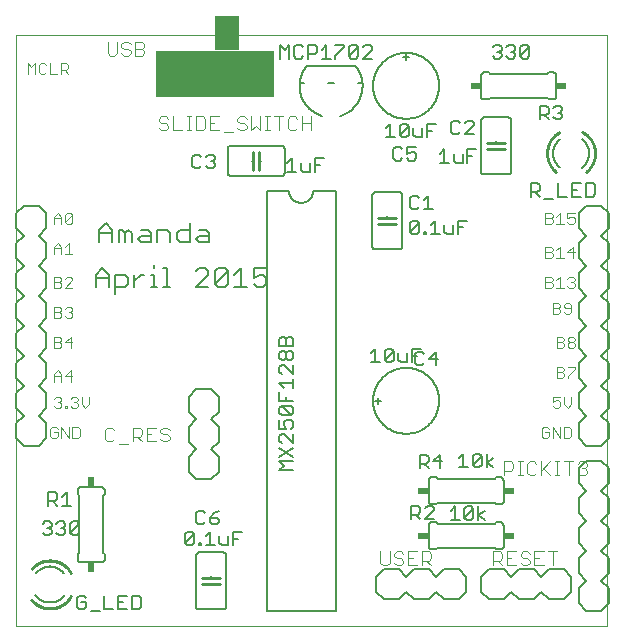
<source format=gto>
G75*
%MOIN*%
%OFA0B0*%
%FSLAX25Y25*%
%IPPOS*%
%LPD*%
%AMOC8*
5,1,8,0,0,1.08239X$1,22.5*
%
%ADD10C,0.00000*%
%ADD11C,0.00300*%
%ADD12C,0.00600*%
%ADD13C,0.01000*%
%ADD14C,0.00500*%
%ADD15C,0.00800*%
%ADD16R,0.02400X0.03400*%
%ADD17R,0.03400X0.02400*%
%ADD18C,0.00400*%
%ADD19R,0.39370X0.15748*%
%ADD20R,0.07874X0.11811*%
D10*
X0001800Y0001800D02*
X0001800Y0198650D01*
X0198650Y0198650D01*
X0198650Y0001800D01*
X0001800Y0001800D01*
X0049940Y0185550D02*
X0049942Y0185647D01*
X0049948Y0185744D01*
X0049958Y0185840D01*
X0049972Y0185936D01*
X0049990Y0186032D01*
X0050011Y0186126D01*
X0050037Y0186220D01*
X0050066Y0186312D01*
X0050100Y0186403D01*
X0050136Y0186493D01*
X0050177Y0186581D01*
X0050221Y0186667D01*
X0050269Y0186752D01*
X0050320Y0186834D01*
X0050374Y0186915D01*
X0050432Y0186993D01*
X0050493Y0187068D01*
X0050556Y0187141D01*
X0050623Y0187212D01*
X0050693Y0187279D01*
X0050765Y0187344D01*
X0050840Y0187405D01*
X0050918Y0187464D01*
X0050997Y0187519D01*
X0051079Y0187571D01*
X0051163Y0187619D01*
X0051249Y0187664D01*
X0051337Y0187706D01*
X0051426Y0187744D01*
X0051517Y0187778D01*
X0051609Y0187808D01*
X0051702Y0187835D01*
X0051797Y0187857D01*
X0051892Y0187876D01*
X0051988Y0187891D01*
X0052084Y0187902D01*
X0052181Y0187909D01*
X0052278Y0187912D01*
X0052375Y0187911D01*
X0052472Y0187906D01*
X0052568Y0187897D01*
X0052664Y0187884D01*
X0052760Y0187867D01*
X0052855Y0187846D01*
X0052948Y0187822D01*
X0053041Y0187793D01*
X0053133Y0187761D01*
X0053223Y0187725D01*
X0053311Y0187686D01*
X0053398Y0187642D01*
X0053483Y0187596D01*
X0053566Y0187545D01*
X0053647Y0187492D01*
X0053725Y0187435D01*
X0053802Y0187375D01*
X0053875Y0187312D01*
X0053946Y0187246D01*
X0054014Y0187177D01*
X0054080Y0187105D01*
X0054142Y0187031D01*
X0054201Y0186954D01*
X0054257Y0186875D01*
X0054310Y0186793D01*
X0054360Y0186710D01*
X0054405Y0186624D01*
X0054448Y0186537D01*
X0054487Y0186448D01*
X0054522Y0186358D01*
X0054553Y0186266D01*
X0054580Y0186173D01*
X0054604Y0186079D01*
X0054624Y0185984D01*
X0054640Y0185888D01*
X0054652Y0185792D01*
X0054660Y0185695D01*
X0054664Y0185598D01*
X0054664Y0185502D01*
X0054660Y0185405D01*
X0054652Y0185308D01*
X0054640Y0185212D01*
X0054624Y0185116D01*
X0054604Y0185021D01*
X0054580Y0184927D01*
X0054553Y0184834D01*
X0054522Y0184742D01*
X0054487Y0184652D01*
X0054448Y0184563D01*
X0054405Y0184476D01*
X0054360Y0184390D01*
X0054310Y0184307D01*
X0054257Y0184225D01*
X0054201Y0184146D01*
X0054142Y0184069D01*
X0054080Y0183995D01*
X0054014Y0183923D01*
X0053946Y0183854D01*
X0053875Y0183788D01*
X0053802Y0183725D01*
X0053725Y0183665D01*
X0053647Y0183608D01*
X0053566Y0183555D01*
X0053483Y0183504D01*
X0053398Y0183458D01*
X0053311Y0183414D01*
X0053223Y0183375D01*
X0053133Y0183339D01*
X0053041Y0183307D01*
X0052948Y0183278D01*
X0052855Y0183254D01*
X0052760Y0183233D01*
X0052664Y0183216D01*
X0052568Y0183203D01*
X0052472Y0183194D01*
X0052375Y0183189D01*
X0052278Y0183188D01*
X0052181Y0183191D01*
X0052084Y0183198D01*
X0051988Y0183209D01*
X0051892Y0183224D01*
X0051797Y0183243D01*
X0051702Y0183265D01*
X0051609Y0183292D01*
X0051517Y0183322D01*
X0051426Y0183356D01*
X0051337Y0183394D01*
X0051249Y0183436D01*
X0051163Y0183481D01*
X0051079Y0183529D01*
X0050997Y0183581D01*
X0050918Y0183636D01*
X0050840Y0183695D01*
X0050765Y0183756D01*
X0050693Y0183821D01*
X0050623Y0183888D01*
X0050556Y0183959D01*
X0050493Y0184032D01*
X0050432Y0184107D01*
X0050374Y0184185D01*
X0050320Y0184266D01*
X0050269Y0184348D01*
X0050221Y0184433D01*
X0050177Y0184519D01*
X0050136Y0184607D01*
X0050100Y0184697D01*
X0050066Y0184788D01*
X0050037Y0184880D01*
X0050011Y0184974D01*
X0049990Y0185068D01*
X0049972Y0185164D01*
X0049958Y0185260D01*
X0049948Y0185356D01*
X0049942Y0185453D01*
X0049940Y0185550D01*
X0081436Y0185550D02*
X0081438Y0185647D01*
X0081444Y0185744D01*
X0081454Y0185840D01*
X0081468Y0185936D01*
X0081486Y0186032D01*
X0081507Y0186126D01*
X0081533Y0186220D01*
X0081562Y0186312D01*
X0081596Y0186403D01*
X0081632Y0186493D01*
X0081673Y0186581D01*
X0081717Y0186667D01*
X0081765Y0186752D01*
X0081816Y0186834D01*
X0081870Y0186915D01*
X0081928Y0186993D01*
X0081989Y0187068D01*
X0082052Y0187141D01*
X0082119Y0187212D01*
X0082189Y0187279D01*
X0082261Y0187344D01*
X0082336Y0187405D01*
X0082414Y0187464D01*
X0082493Y0187519D01*
X0082575Y0187571D01*
X0082659Y0187619D01*
X0082745Y0187664D01*
X0082833Y0187706D01*
X0082922Y0187744D01*
X0083013Y0187778D01*
X0083105Y0187808D01*
X0083198Y0187835D01*
X0083293Y0187857D01*
X0083388Y0187876D01*
X0083484Y0187891D01*
X0083580Y0187902D01*
X0083677Y0187909D01*
X0083774Y0187912D01*
X0083871Y0187911D01*
X0083968Y0187906D01*
X0084064Y0187897D01*
X0084160Y0187884D01*
X0084256Y0187867D01*
X0084351Y0187846D01*
X0084444Y0187822D01*
X0084537Y0187793D01*
X0084629Y0187761D01*
X0084719Y0187725D01*
X0084807Y0187686D01*
X0084894Y0187642D01*
X0084979Y0187596D01*
X0085062Y0187545D01*
X0085143Y0187492D01*
X0085221Y0187435D01*
X0085298Y0187375D01*
X0085371Y0187312D01*
X0085442Y0187246D01*
X0085510Y0187177D01*
X0085576Y0187105D01*
X0085638Y0187031D01*
X0085697Y0186954D01*
X0085753Y0186875D01*
X0085806Y0186793D01*
X0085856Y0186710D01*
X0085901Y0186624D01*
X0085944Y0186537D01*
X0085983Y0186448D01*
X0086018Y0186358D01*
X0086049Y0186266D01*
X0086076Y0186173D01*
X0086100Y0186079D01*
X0086120Y0185984D01*
X0086136Y0185888D01*
X0086148Y0185792D01*
X0086156Y0185695D01*
X0086160Y0185598D01*
X0086160Y0185502D01*
X0086156Y0185405D01*
X0086148Y0185308D01*
X0086136Y0185212D01*
X0086120Y0185116D01*
X0086100Y0185021D01*
X0086076Y0184927D01*
X0086049Y0184834D01*
X0086018Y0184742D01*
X0085983Y0184652D01*
X0085944Y0184563D01*
X0085901Y0184476D01*
X0085856Y0184390D01*
X0085806Y0184307D01*
X0085753Y0184225D01*
X0085697Y0184146D01*
X0085638Y0184069D01*
X0085576Y0183995D01*
X0085510Y0183923D01*
X0085442Y0183854D01*
X0085371Y0183788D01*
X0085298Y0183725D01*
X0085221Y0183665D01*
X0085143Y0183608D01*
X0085062Y0183555D01*
X0084979Y0183504D01*
X0084894Y0183458D01*
X0084807Y0183414D01*
X0084719Y0183375D01*
X0084629Y0183339D01*
X0084537Y0183307D01*
X0084444Y0183278D01*
X0084351Y0183254D01*
X0084256Y0183233D01*
X0084160Y0183216D01*
X0084064Y0183203D01*
X0083968Y0183194D01*
X0083871Y0183189D01*
X0083774Y0183188D01*
X0083677Y0183191D01*
X0083580Y0183198D01*
X0083484Y0183209D01*
X0083388Y0183224D01*
X0083293Y0183243D01*
X0083198Y0183265D01*
X0083105Y0183292D01*
X0083013Y0183322D01*
X0082922Y0183356D01*
X0082833Y0183394D01*
X0082745Y0183436D01*
X0082659Y0183481D01*
X0082575Y0183529D01*
X0082493Y0183581D01*
X0082414Y0183636D01*
X0082336Y0183695D01*
X0082261Y0183756D01*
X0082189Y0183821D01*
X0082119Y0183888D01*
X0082052Y0183959D01*
X0081989Y0184032D01*
X0081928Y0184107D01*
X0081870Y0184185D01*
X0081816Y0184266D01*
X0081765Y0184348D01*
X0081717Y0184433D01*
X0081673Y0184519D01*
X0081632Y0184607D01*
X0081596Y0184697D01*
X0081562Y0184788D01*
X0081533Y0184880D01*
X0081507Y0184974D01*
X0081486Y0185068D01*
X0081468Y0185164D01*
X0081454Y0185260D01*
X0081444Y0185356D01*
X0081438Y0185453D01*
X0081436Y0185550D01*
D11*
X0020602Y0138786D02*
X0020602Y0136317D01*
X0019985Y0135700D01*
X0018750Y0135700D01*
X0018133Y0136317D01*
X0020602Y0138786D01*
X0019985Y0139403D01*
X0018750Y0139403D01*
X0018133Y0138786D01*
X0018133Y0136317D01*
X0016919Y0135700D02*
X0016919Y0138169D01*
X0015684Y0139403D01*
X0014450Y0138169D01*
X0014450Y0135700D01*
X0014450Y0137552D02*
X0016919Y0137552D01*
X0015684Y0129403D02*
X0016919Y0128169D01*
X0016919Y0125700D01*
X0018133Y0125700D02*
X0020602Y0125700D01*
X0019368Y0125700D02*
X0019368Y0129403D01*
X0018133Y0128169D01*
X0016919Y0127552D02*
X0014450Y0127552D01*
X0014450Y0128169D02*
X0014450Y0125700D01*
X0014450Y0128169D02*
X0015684Y0129403D01*
X0016302Y0118153D02*
X0014450Y0118153D01*
X0014450Y0114450D01*
X0016302Y0114450D01*
X0016919Y0115067D01*
X0016919Y0115684D01*
X0016302Y0116302D01*
X0014450Y0116302D01*
X0016302Y0116302D02*
X0016919Y0116919D01*
X0016919Y0117536D01*
X0016302Y0118153D01*
X0018133Y0117536D02*
X0018750Y0118153D01*
X0019985Y0118153D01*
X0020602Y0117536D01*
X0020602Y0116919D01*
X0018133Y0114450D01*
X0020602Y0114450D01*
X0019985Y0108153D02*
X0020602Y0107536D01*
X0020602Y0106919D01*
X0019985Y0106302D01*
X0020602Y0105684D01*
X0020602Y0105067D01*
X0019985Y0104450D01*
X0018750Y0104450D01*
X0018133Y0105067D01*
X0016919Y0105067D02*
X0016919Y0105684D01*
X0016302Y0106302D01*
X0014450Y0106302D01*
X0014450Y0108153D02*
X0014450Y0104450D01*
X0016302Y0104450D01*
X0016919Y0105067D01*
X0016302Y0106302D02*
X0016919Y0106919D01*
X0016919Y0107536D01*
X0016302Y0108153D01*
X0014450Y0108153D01*
X0018133Y0107536D02*
X0018750Y0108153D01*
X0019985Y0108153D01*
X0019985Y0106302D02*
X0019368Y0106302D01*
X0019985Y0098153D02*
X0018133Y0096302D01*
X0020602Y0096302D01*
X0019985Y0098153D02*
X0019985Y0094450D01*
X0016919Y0095067D02*
X0016302Y0094450D01*
X0014450Y0094450D01*
X0014450Y0098153D01*
X0016302Y0098153D01*
X0016919Y0097536D01*
X0016919Y0096919D01*
X0016302Y0096302D01*
X0014450Y0096302D01*
X0016302Y0096302D02*
X0016919Y0095684D01*
X0016919Y0095067D01*
X0015684Y0086903D02*
X0016919Y0085669D01*
X0016919Y0083200D01*
X0016919Y0085052D02*
X0014450Y0085052D01*
X0014450Y0085669D02*
X0015684Y0086903D01*
X0014450Y0085669D02*
X0014450Y0083200D01*
X0018133Y0085052D02*
X0019985Y0086903D01*
X0019985Y0083200D01*
X0020602Y0085052D02*
X0018133Y0085052D01*
X0016302Y0078153D02*
X0015067Y0078153D01*
X0014450Y0077536D01*
X0015684Y0076302D02*
X0016302Y0076302D01*
X0016919Y0075684D01*
X0016919Y0075067D01*
X0016302Y0074450D01*
X0015067Y0074450D01*
X0014450Y0075067D01*
X0016302Y0076302D02*
X0016919Y0076919D01*
X0016919Y0077536D01*
X0016302Y0078153D01*
X0018133Y0075067D02*
X0018750Y0075067D01*
X0018750Y0074450D01*
X0018133Y0074450D01*
X0018133Y0075067D01*
X0019975Y0075067D02*
X0020592Y0074450D01*
X0021826Y0074450D01*
X0022443Y0075067D01*
X0022443Y0075684D01*
X0021826Y0076302D01*
X0021209Y0076302D01*
X0021826Y0076302D02*
X0022443Y0076919D01*
X0022443Y0077536D01*
X0021826Y0078153D01*
X0020592Y0078153D01*
X0019975Y0077536D01*
X0023658Y0078153D02*
X0023658Y0075684D01*
X0024892Y0074450D01*
X0026127Y0075684D01*
X0026127Y0078153D01*
X0022418Y0068153D02*
X0020566Y0068153D01*
X0020566Y0064450D01*
X0022418Y0064450D01*
X0023035Y0065067D01*
X0023035Y0067536D01*
X0022418Y0068153D01*
X0019352Y0068153D02*
X0019352Y0064450D01*
X0016883Y0068153D01*
X0016883Y0064450D01*
X0015669Y0065067D02*
X0015669Y0066302D01*
X0014434Y0066302D01*
X0013200Y0067536D02*
X0013200Y0065067D01*
X0013817Y0064450D01*
X0015052Y0064450D01*
X0015669Y0065067D01*
X0015669Y0067536D02*
X0015052Y0068153D01*
X0013817Y0068153D01*
X0013200Y0067536D01*
X0013066Y0185700D02*
X0015535Y0185700D01*
X0016749Y0185700D02*
X0016749Y0189403D01*
X0018601Y0189403D01*
X0019218Y0188786D01*
X0019218Y0187552D01*
X0018601Y0186934D01*
X0016749Y0186934D01*
X0017984Y0186934D02*
X0019218Y0185700D01*
X0013066Y0185700D02*
X0013066Y0189403D01*
X0011852Y0188786D02*
X0011235Y0189403D01*
X0010000Y0189403D01*
X0009383Y0188786D01*
X0009383Y0186317D01*
X0010000Y0185700D01*
X0011235Y0185700D01*
X0011852Y0186317D01*
X0008169Y0185700D02*
X0008169Y0189403D01*
X0006934Y0188169D01*
X0005700Y0189403D01*
X0005700Y0185700D01*
X0178200Y0139403D02*
X0178200Y0135700D01*
X0180052Y0135700D01*
X0180669Y0136317D01*
X0180669Y0136934D01*
X0180052Y0137552D01*
X0178200Y0137552D01*
X0178200Y0139403D02*
X0180052Y0139403D01*
X0180669Y0138786D01*
X0180669Y0138169D01*
X0180052Y0137552D01*
X0181883Y0138169D02*
X0183118Y0139403D01*
X0183118Y0135700D01*
X0184352Y0135700D02*
X0181883Y0135700D01*
X0185566Y0136317D02*
X0186183Y0135700D01*
X0187418Y0135700D01*
X0188035Y0136317D01*
X0188035Y0137552D01*
X0187418Y0138169D01*
X0186801Y0138169D01*
X0185566Y0137552D01*
X0185566Y0139403D01*
X0188035Y0139403D01*
X0187418Y0128153D02*
X0185566Y0126302D01*
X0188035Y0126302D01*
X0187418Y0128153D02*
X0187418Y0124450D01*
X0184352Y0124450D02*
X0181883Y0124450D01*
X0183118Y0124450D02*
X0183118Y0128153D01*
X0181883Y0126919D01*
X0180669Y0126919D02*
X0180052Y0126302D01*
X0178200Y0126302D01*
X0178200Y0128153D02*
X0178200Y0124450D01*
X0180052Y0124450D01*
X0180669Y0125067D01*
X0180669Y0125684D01*
X0180052Y0126302D01*
X0180669Y0126919D02*
X0180669Y0127536D01*
X0180052Y0128153D01*
X0178200Y0128153D01*
X0178200Y0118153D02*
X0180052Y0118153D01*
X0180669Y0117536D01*
X0180669Y0116919D01*
X0180052Y0116302D01*
X0178200Y0116302D01*
X0178200Y0118153D02*
X0178200Y0114450D01*
X0180052Y0114450D01*
X0180669Y0115067D01*
X0180669Y0115684D01*
X0180052Y0116302D01*
X0181883Y0116919D02*
X0183118Y0118153D01*
X0183118Y0114450D01*
X0184352Y0114450D02*
X0181883Y0114450D01*
X0185566Y0115067D02*
X0186183Y0114450D01*
X0187418Y0114450D01*
X0188035Y0115067D01*
X0188035Y0115684D01*
X0187418Y0116302D01*
X0186801Y0116302D01*
X0187418Y0116302D02*
X0188035Y0116919D01*
X0188035Y0117536D01*
X0187418Y0118153D01*
X0186183Y0118153D01*
X0185566Y0117536D01*
X0185000Y0109403D02*
X0184383Y0108786D01*
X0184383Y0108169D01*
X0185000Y0107552D01*
X0186852Y0107552D01*
X0186852Y0108786D02*
X0186235Y0109403D01*
X0185000Y0109403D01*
X0183169Y0108786D02*
X0183169Y0108169D01*
X0182552Y0107552D01*
X0180700Y0107552D01*
X0180700Y0109403D02*
X0180700Y0105700D01*
X0182552Y0105700D01*
X0183169Y0106317D01*
X0183169Y0106934D01*
X0182552Y0107552D01*
X0183169Y0108786D02*
X0182552Y0109403D01*
X0180700Y0109403D01*
X0184383Y0106317D02*
X0185000Y0105700D01*
X0186235Y0105700D01*
X0186852Y0106317D01*
X0186852Y0108786D01*
X0186250Y0098153D02*
X0187485Y0098153D01*
X0188102Y0097536D01*
X0188102Y0096919D01*
X0187485Y0096302D01*
X0186250Y0096302D01*
X0185633Y0096919D01*
X0185633Y0097536D01*
X0186250Y0098153D01*
X0186250Y0096302D02*
X0185633Y0095684D01*
X0185633Y0095067D01*
X0186250Y0094450D01*
X0187485Y0094450D01*
X0188102Y0095067D01*
X0188102Y0095684D01*
X0187485Y0096302D01*
X0184419Y0096919D02*
X0183802Y0096302D01*
X0181950Y0096302D01*
X0181950Y0098153D02*
X0181950Y0094450D01*
X0183802Y0094450D01*
X0184419Y0095067D01*
X0184419Y0095684D01*
X0183802Y0096302D01*
X0184419Y0096919D02*
X0184419Y0097536D01*
X0183802Y0098153D01*
X0181950Y0098153D01*
X0181950Y0088153D02*
X0183802Y0088153D01*
X0184419Y0087536D01*
X0184419Y0086919D01*
X0183802Y0086302D01*
X0181950Y0086302D01*
X0181950Y0088153D02*
X0181950Y0084450D01*
X0183802Y0084450D01*
X0184419Y0085067D01*
X0184419Y0085684D01*
X0183802Y0086302D01*
X0185633Y0085067D02*
X0185633Y0084450D01*
X0185633Y0085067D02*
X0188102Y0087536D01*
X0188102Y0088153D01*
X0185633Y0088153D01*
X0186852Y0078153D02*
X0186852Y0075684D01*
X0185618Y0074450D01*
X0184383Y0075684D01*
X0184383Y0078153D01*
X0183169Y0078153D02*
X0180700Y0078153D01*
X0180700Y0076302D01*
X0181934Y0076919D01*
X0182552Y0076919D01*
X0183169Y0076302D01*
X0183169Y0075067D01*
X0182552Y0074450D01*
X0181317Y0074450D01*
X0180700Y0075067D01*
X0180633Y0068153D02*
X0183102Y0064450D01*
X0183102Y0068153D01*
X0184316Y0068153D02*
X0186168Y0068153D01*
X0186785Y0067536D01*
X0186785Y0065067D01*
X0186168Y0064450D01*
X0184316Y0064450D01*
X0184316Y0068153D01*
X0180633Y0068153D02*
X0180633Y0064450D01*
X0179419Y0065067D02*
X0179419Y0066302D01*
X0178184Y0066302D01*
X0176950Y0067536D02*
X0176950Y0065067D01*
X0177567Y0064450D01*
X0178802Y0064450D01*
X0179419Y0065067D01*
X0179419Y0067536D02*
X0178802Y0068153D01*
X0177567Y0068153D01*
X0176950Y0067536D01*
D12*
X0163300Y0051300D02*
X0161800Y0051300D01*
X0161300Y0050800D01*
X0142300Y0050800D01*
X0141800Y0051300D01*
X0140300Y0051300D01*
X0140240Y0051298D01*
X0140179Y0051293D01*
X0140120Y0051284D01*
X0140061Y0051271D01*
X0140002Y0051255D01*
X0139945Y0051235D01*
X0139890Y0051212D01*
X0139835Y0051185D01*
X0139783Y0051156D01*
X0139732Y0051123D01*
X0139683Y0051087D01*
X0139637Y0051049D01*
X0139593Y0051007D01*
X0139551Y0050963D01*
X0139513Y0050917D01*
X0139477Y0050868D01*
X0139444Y0050817D01*
X0139415Y0050765D01*
X0139388Y0050710D01*
X0139365Y0050655D01*
X0139345Y0050598D01*
X0139329Y0050539D01*
X0139316Y0050480D01*
X0139307Y0050421D01*
X0139302Y0050360D01*
X0139300Y0050300D01*
X0139300Y0043300D01*
X0139302Y0043240D01*
X0139307Y0043179D01*
X0139316Y0043120D01*
X0139329Y0043061D01*
X0139345Y0043002D01*
X0139365Y0042945D01*
X0139388Y0042890D01*
X0139415Y0042835D01*
X0139444Y0042783D01*
X0139477Y0042732D01*
X0139513Y0042683D01*
X0139551Y0042637D01*
X0139593Y0042593D01*
X0139637Y0042551D01*
X0139683Y0042513D01*
X0139732Y0042477D01*
X0139783Y0042444D01*
X0139835Y0042415D01*
X0139890Y0042388D01*
X0139945Y0042365D01*
X0140002Y0042345D01*
X0140061Y0042329D01*
X0140120Y0042316D01*
X0140179Y0042307D01*
X0140240Y0042302D01*
X0140300Y0042300D01*
X0141800Y0042300D01*
X0142300Y0042800D01*
X0161300Y0042800D01*
X0161800Y0042300D01*
X0163300Y0042300D01*
X0163360Y0042302D01*
X0163421Y0042307D01*
X0163480Y0042316D01*
X0163539Y0042329D01*
X0163598Y0042345D01*
X0163655Y0042365D01*
X0163710Y0042388D01*
X0163765Y0042415D01*
X0163817Y0042444D01*
X0163868Y0042477D01*
X0163917Y0042513D01*
X0163963Y0042551D01*
X0164007Y0042593D01*
X0164049Y0042637D01*
X0164087Y0042683D01*
X0164123Y0042732D01*
X0164156Y0042783D01*
X0164185Y0042835D01*
X0164212Y0042890D01*
X0164235Y0042945D01*
X0164255Y0043002D01*
X0164271Y0043061D01*
X0164284Y0043120D01*
X0164293Y0043179D01*
X0164298Y0043240D01*
X0164300Y0043300D01*
X0164300Y0050300D01*
X0164298Y0050360D01*
X0164293Y0050421D01*
X0164284Y0050480D01*
X0164271Y0050539D01*
X0164255Y0050598D01*
X0164235Y0050655D01*
X0164212Y0050710D01*
X0164185Y0050765D01*
X0164156Y0050817D01*
X0164123Y0050868D01*
X0164087Y0050917D01*
X0164049Y0050963D01*
X0164007Y0051007D01*
X0163963Y0051049D01*
X0163917Y0051087D01*
X0163868Y0051123D01*
X0163817Y0051156D01*
X0163765Y0051185D01*
X0163710Y0051212D01*
X0163655Y0051235D01*
X0163598Y0051255D01*
X0163539Y0051271D01*
X0163480Y0051284D01*
X0163421Y0051293D01*
X0163360Y0051298D01*
X0163300Y0051300D01*
X0163300Y0036300D02*
X0161800Y0036300D01*
X0161300Y0035800D01*
X0142300Y0035800D01*
X0141800Y0036300D01*
X0140300Y0036300D01*
X0140240Y0036298D01*
X0140179Y0036293D01*
X0140120Y0036284D01*
X0140061Y0036271D01*
X0140002Y0036255D01*
X0139945Y0036235D01*
X0139890Y0036212D01*
X0139835Y0036185D01*
X0139783Y0036156D01*
X0139732Y0036123D01*
X0139683Y0036087D01*
X0139637Y0036049D01*
X0139593Y0036007D01*
X0139551Y0035963D01*
X0139513Y0035917D01*
X0139477Y0035868D01*
X0139444Y0035817D01*
X0139415Y0035765D01*
X0139388Y0035710D01*
X0139365Y0035655D01*
X0139345Y0035598D01*
X0139329Y0035539D01*
X0139316Y0035480D01*
X0139307Y0035421D01*
X0139302Y0035360D01*
X0139300Y0035300D01*
X0139300Y0028300D01*
X0139302Y0028240D01*
X0139307Y0028179D01*
X0139316Y0028120D01*
X0139329Y0028061D01*
X0139345Y0028002D01*
X0139365Y0027945D01*
X0139388Y0027890D01*
X0139415Y0027835D01*
X0139444Y0027783D01*
X0139477Y0027732D01*
X0139513Y0027683D01*
X0139551Y0027637D01*
X0139593Y0027593D01*
X0139637Y0027551D01*
X0139683Y0027513D01*
X0139732Y0027477D01*
X0139783Y0027444D01*
X0139835Y0027415D01*
X0139890Y0027388D01*
X0139945Y0027365D01*
X0140002Y0027345D01*
X0140061Y0027329D01*
X0140120Y0027316D01*
X0140179Y0027307D01*
X0140240Y0027302D01*
X0140300Y0027300D01*
X0141800Y0027300D01*
X0142300Y0027800D01*
X0161300Y0027800D01*
X0161800Y0027300D01*
X0163300Y0027300D01*
X0163360Y0027302D01*
X0163421Y0027307D01*
X0163480Y0027316D01*
X0163539Y0027329D01*
X0163598Y0027345D01*
X0163655Y0027365D01*
X0163710Y0027388D01*
X0163765Y0027415D01*
X0163817Y0027444D01*
X0163868Y0027477D01*
X0163917Y0027513D01*
X0163963Y0027551D01*
X0164007Y0027593D01*
X0164049Y0027637D01*
X0164087Y0027683D01*
X0164123Y0027732D01*
X0164156Y0027783D01*
X0164185Y0027835D01*
X0164212Y0027890D01*
X0164235Y0027945D01*
X0164255Y0028002D01*
X0164271Y0028061D01*
X0164284Y0028120D01*
X0164293Y0028179D01*
X0164298Y0028240D01*
X0164300Y0028300D01*
X0164300Y0035300D01*
X0164298Y0035360D01*
X0164293Y0035421D01*
X0164284Y0035480D01*
X0164271Y0035539D01*
X0164255Y0035598D01*
X0164235Y0035655D01*
X0164212Y0035710D01*
X0164185Y0035765D01*
X0164156Y0035817D01*
X0164123Y0035868D01*
X0164087Y0035917D01*
X0164049Y0035963D01*
X0164007Y0036007D01*
X0163963Y0036049D01*
X0163917Y0036087D01*
X0163868Y0036123D01*
X0163817Y0036156D01*
X0163765Y0036185D01*
X0163710Y0036212D01*
X0163655Y0036235D01*
X0163598Y0036255D01*
X0163539Y0036271D01*
X0163480Y0036284D01*
X0163421Y0036293D01*
X0163360Y0036298D01*
X0163300Y0036300D01*
X0120800Y0076800D02*
X0120803Y0077070D01*
X0120813Y0077340D01*
X0120830Y0077609D01*
X0120853Y0077878D01*
X0120883Y0078147D01*
X0120919Y0078414D01*
X0120962Y0078681D01*
X0121011Y0078946D01*
X0121067Y0079210D01*
X0121130Y0079473D01*
X0121198Y0079734D01*
X0121274Y0079993D01*
X0121355Y0080250D01*
X0121443Y0080506D01*
X0121537Y0080759D01*
X0121637Y0081010D01*
X0121744Y0081258D01*
X0121856Y0081503D01*
X0121975Y0081746D01*
X0122099Y0081985D01*
X0122229Y0082222D01*
X0122365Y0082455D01*
X0122507Y0082685D01*
X0122654Y0082911D01*
X0122807Y0083134D01*
X0122965Y0083353D01*
X0123128Y0083568D01*
X0123297Y0083778D01*
X0123471Y0083985D01*
X0123650Y0084187D01*
X0123833Y0084385D01*
X0124022Y0084578D01*
X0124215Y0084767D01*
X0124413Y0084950D01*
X0124615Y0085129D01*
X0124822Y0085303D01*
X0125032Y0085472D01*
X0125247Y0085635D01*
X0125466Y0085793D01*
X0125689Y0085946D01*
X0125915Y0086093D01*
X0126145Y0086235D01*
X0126378Y0086371D01*
X0126615Y0086501D01*
X0126854Y0086625D01*
X0127097Y0086744D01*
X0127342Y0086856D01*
X0127590Y0086963D01*
X0127841Y0087063D01*
X0128094Y0087157D01*
X0128350Y0087245D01*
X0128607Y0087326D01*
X0128866Y0087402D01*
X0129127Y0087470D01*
X0129390Y0087533D01*
X0129654Y0087589D01*
X0129919Y0087638D01*
X0130186Y0087681D01*
X0130453Y0087717D01*
X0130722Y0087747D01*
X0130991Y0087770D01*
X0131260Y0087787D01*
X0131530Y0087797D01*
X0131800Y0087800D01*
X0132070Y0087797D01*
X0132340Y0087787D01*
X0132609Y0087770D01*
X0132878Y0087747D01*
X0133147Y0087717D01*
X0133414Y0087681D01*
X0133681Y0087638D01*
X0133946Y0087589D01*
X0134210Y0087533D01*
X0134473Y0087470D01*
X0134734Y0087402D01*
X0134993Y0087326D01*
X0135250Y0087245D01*
X0135506Y0087157D01*
X0135759Y0087063D01*
X0136010Y0086963D01*
X0136258Y0086856D01*
X0136503Y0086744D01*
X0136746Y0086625D01*
X0136985Y0086501D01*
X0137222Y0086371D01*
X0137455Y0086235D01*
X0137685Y0086093D01*
X0137911Y0085946D01*
X0138134Y0085793D01*
X0138353Y0085635D01*
X0138568Y0085472D01*
X0138778Y0085303D01*
X0138985Y0085129D01*
X0139187Y0084950D01*
X0139385Y0084767D01*
X0139578Y0084578D01*
X0139767Y0084385D01*
X0139950Y0084187D01*
X0140129Y0083985D01*
X0140303Y0083778D01*
X0140472Y0083568D01*
X0140635Y0083353D01*
X0140793Y0083134D01*
X0140946Y0082911D01*
X0141093Y0082685D01*
X0141235Y0082455D01*
X0141371Y0082222D01*
X0141501Y0081985D01*
X0141625Y0081746D01*
X0141744Y0081503D01*
X0141856Y0081258D01*
X0141963Y0081010D01*
X0142063Y0080759D01*
X0142157Y0080506D01*
X0142245Y0080250D01*
X0142326Y0079993D01*
X0142402Y0079734D01*
X0142470Y0079473D01*
X0142533Y0079210D01*
X0142589Y0078946D01*
X0142638Y0078681D01*
X0142681Y0078414D01*
X0142717Y0078147D01*
X0142747Y0077878D01*
X0142770Y0077609D01*
X0142787Y0077340D01*
X0142797Y0077070D01*
X0142800Y0076800D01*
X0142797Y0076530D01*
X0142787Y0076260D01*
X0142770Y0075991D01*
X0142747Y0075722D01*
X0142717Y0075453D01*
X0142681Y0075186D01*
X0142638Y0074919D01*
X0142589Y0074654D01*
X0142533Y0074390D01*
X0142470Y0074127D01*
X0142402Y0073866D01*
X0142326Y0073607D01*
X0142245Y0073350D01*
X0142157Y0073094D01*
X0142063Y0072841D01*
X0141963Y0072590D01*
X0141856Y0072342D01*
X0141744Y0072097D01*
X0141625Y0071854D01*
X0141501Y0071615D01*
X0141371Y0071378D01*
X0141235Y0071145D01*
X0141093Y0070915D01*
X0140946Y0070689D01*
X0140793Y0070466D01*
X0140635Y0070247D01*
X0140472Y0070032D01*
X0140303Y0069822D01*
X0140129Y0069615D01*
X0139950Y0069413D01*
X0139767Y0069215D01*
X0139578Y0069022D01*
X0139385Y0068833D01*
X0139187Y0068650D01*
X0138985Y0068471D01*
X0138778Y0068297D01*
X0138568Y0068128D01*
X0138353Y0067965D01*
X0138134Y0067807D01*
X0137911Y0067654D01*
X0137685Y0067507D01*
X0137455Y0067365D01*
X0137222Y0067229D01*
X0136985Y0067099D01*
X0136746Y0066975D01*
X0136503Y0066856D01*
X0136258Y0066744D01*
X0136010Y0066637D01*
X0135759Y0066537D01*
X0135506Y0066443D01*
X0135250Y0066355D01*
X0134993Y0066274D01*
X0134734Y0066198D01*
X0134473Y0066130D01*
X0134210Y0066067D01*
X0133946Y0066011D01*
X0133681Y0065962D01*
X0133414Y0065919D01*
X0133147Y0065883D01*
X0132878Y0065853D01*
X0132609Y0065830D01*
X0132340Y0065813D01*
X0132070Y0065803D01*
X0131800Y0065800D01*
X0131530Y0065803D01*
X0131260Y0065813D01*
X0130991Y0065830D01*
X0130722Y0065853D01*
X0130453Y0065883D01*
X0130186Y0065919D01*
X0129919Y0065962D01*
X0129654Y0066011D01*
X0129390Y0066067D01*
X0129127Y0066130D01*
X0128866Y0066198D01*
X0128607Y0066274D01*
X0128350Y0066355D01*
X0128094Y0066443D01*
X0127841Y0066537D01*
X0127590Y0066637D01*
X0127342Y0066744D01*
X0127097Y0066856D01*
X0126854Y0066975D01*
X0126615Y0067099D01*
X0126378Y0067229D01*
X0126145Y0067365D01*
X0125915Y0067507D01*
X0125689Y0067654D01*
X0125466Y0067807D01*
X0125247Y0067965D01*
X0125032Y0068128D01*
X0124822Y0068297D01*
X0124615Y0068471D01*
X0124413Y0068650D01*
X0124215Y0068833D01*
X0124022Y0069022D01*
X0123833Y0069215D01*
X0123650Y0069413D01*
X0123471Y0069615D01*
X0123297Y0069822D01*
X0123128Y0070032D01*
X0122965Y0070247D01*
X0122807Y0070466D01*
X0122654Y0070689D01*
X0122507Y0070915D01*
X0122365Y0071145D01*
X0122229Y0071378D01*
X0122099Y0071615D01*
X0121975Y0071854D01*
X0121856Y0072097D01*
X0121744Y0072342D01*
X0121637Y0072590D01*
X0121537Y0072841D01*
X0121443Y0073094D01*
X0121355Y0073350D01*
X0121274Y0073607D01*
X0121198Y0073866D01*
X0121130Y0074127D01*
X0121067Y0074390D01*
X0121011Y0074654D01*
X0120962Y0074919D01*
X0120919Y0075186D01*
X0120883Y0075453D01*
X0120853Y0075722D01*
X0120830Y0075991D01*
X0120813Y0076260D01*
X0120803Y0076530D01*
X0120800Y0076800D01*
X0121300Y0076800D02*
X0123300Y0076800D01*
X0122300Y0075800D02*
X0122300Y0077800D01*
X0085259Y0115668D02*
X0084191Y0114600D01*
X0082056Y0114600D01*
X0080988Y0115668D01*
X0080988Y0117803D02*
X0083123Y0118870D01*
X0084191Y0118870D01*
X0085259Y0117803D01*
X0085259Y0115668D01*
X0080988Y0117803D02*
X0080988Y0121005D01*
X0085259Y0121005D01*
X0078813Y0114600D02*
X0074543Y0114600D01*
X0076678Y0114600D02*
X0076678Y0121005D01*
X0074543Y0118870D01*
X0072368Y0119938D02*
X0072368Y0115668D01*
X0071300Y0114600D01*
X0069165Y0114600D01*
X0068097Y0115668D01*
X0072368Y0119938D01*
X0071300Y0121005D01*
X0069165Y0121005D01*
X0068097Y0119938D01*
X0068097Y0115668D01*
X0065922Y0114600D02*
X0061652Y0114600D01*
X0065922Y0118870D01*
X0065922Y0119938D01*
X0064854Y0121005D01*
X0062719Y0121005D01*
X0061652Y0119938D01*
X0062895Y0129600D02*
X0061827Y0130668D01*
X0062895Y0131735D01*
X0066098Y0131735D01*
X0066098Y0132803D02*
X0066098Y0129600D01*
X0062895Y0129600D01*
X0059652Y0129600D02*
X0056450Y0129600D01*
X0055382Y0130668D01*
X0055382Y0132803D01*
X0056450Y0133870D01*
X0059652Y0133870D01*
X0059652Y0136005D02*
X0059652Y0129600D01*
X0062895Y0133870D02*
X0065030Y0133870D01*
X0066098Y0132803D01*
X0053207Y0132803D02*
X0053207Y0129600D01*
X0053207Y0132803D02*
X0052139Y0133870D01*
X0048936Y0133870D01*
X0048936Y0129600D01*
X0046761Y0129600D02*
X0043559Y0129600D01*
X0042491Y0130668D01*
X0043559Y0131735D01*
X0046761Y0131735D01*
X0046761Y0132803D02*
X0045694Y0133870D01*
X0043559Y0133870D01*
X0040316Y0132803D02*
X0040316Y0129600D01*
X0038181Y0129600D02*
X0038181Y0132803D01*
X0039248Y0133870D01*
X0040316Y0132803D01*
X0038181Y0132803D02*
X0037113Y0133870D01*
X0036045Y0133870D01*
X0036045Y0129600D01*
X0033870Y0129600D02*
X0033870Y0133870D01*
X0031735Y0136005D01*
X0029600Y0133870D01*
X0029600Y0129600D01*
X0029600Y0132803D02*
X0033870Y0132803D01*
X0030485Y0121005D02*
X0032620Y0118870D01*
X0032620Y0114600D01*
X0034795Y0114600D02*
X0037998Y0114600D01*
X0039066Y0115668D01*
X0039066Y0117803D01*
X0037998Y0118870D01*
X0034795Y0118870D01*
X0034795Y0112465D01*
X0032620Y0117803D02*
X0028350Y0117803D01*
X0028350Y0118870D02*
X0030485Y0121005D01*
X0028350Y0118870D02*
X0028350Y0114600D01*
X0041241Y0114600D02*
X0041241Y0118870D01*
X0041241Y0116735D02*
X0043376Y0118870D01*
X0044444Y0118870D01*
X0046612Y0118870D02*
X0047680Y0118870D01*
X0047680Y0114600D01*
X0048747Y0114600D02*
X0046612Y0114600D01*
X0050909Y0114600D02*
X0053044Y0114600D01*
X0051977Y0114600D02*
X0051977Y0121005D01*
X0050909Y0121005D01*
X0047680Y0121005D02*
X0047680Y0122073D01*
X0046761Y0129600D02*
X0046761Y0132803D01*
X0072300Y0152800D02*
X0072300Y0160800D01*
X0072302Y0160860D01*
X0072307Y0160921D01*
X0072316Y0160980D01*
X0072329Y0161039D01*
X0072345Y0161098D01*
X0072365Y0161155D01*
X0072388Y0161210D01*
X0072415Y0161265D01*
X0072444Y0161317D01*
X0072477Y0161368D01*
X0072513Y0161417D01*
X0072551Y0161463D01*
X0072593Y0161507D01*
X0072637Y0161549D01*
X0072683Y0161587D01*
X0072732Y0161623D01*
X0072783Y0161656D01*
X0072835Y0161685D01*
X0072890Y0161712D01*
X0072945Y0161735D01*
X0073002Y0161755D01*
X0073061Y0161771D01*
X0073120Y0161784D01*
X0073179Y0161793D01*
X0073240Y0161798D01*
X0073300Y0161800D01*
X0090300Y0161800D01*
X0090360Y0161798D01*
X0090421Y0161793D01*
X0090480Y0161784D01*
X0090539Y0161771D01*
X0090598Y0161755D01*
X0090655Y0161735D01*
X0090710Y0161712D01*
X0090765Y0161685D01*
X0090817Y0161656D01*
X0090868Y0161623D01*
X0090917Y0161587D01*
X0090963Y0161549D01*
X0091007Y0161507D01*
X0091049Y0161463D01*
X0091087Y0161417D01*
X0091123Y0161368D01*
X0091156Y0161317D01*
X0091185Y0161265D01*
X0091212Y0161210D01*
X0091235Y0161155D01*
X0091255Y0161098D01*
X0091271Y0161039D01*
X0091284Y0160980D01*
X0091293Y0160921D01*
X0091298Y0160860D01*
X0091300Y0160800D01*
X0091300Y0152800D01*
X0091298Y0152740D01*
X0091293Y0152679D01*
X0091284Y0152620D01*
X0091271Y0152561D01*
X0091255Y0152502D01*
X0091235Y0152445D01*
X0091212Y0152390D01*
X0091185Y0152335D01*
X0091156Y0152283D01*
X0091123Y0152232D01*
X0091087Y0152183D01*
X0091049Y0152137D01*
X0091007Y0152093D01*
X0090963Y0152051D01*
X0090917Y0152013D01*
X0090868Y0151977D01*
X0090817Y0151944D01*
X0090765Y0151915D01*
X0090710Y0151888D01*
X0090655Y0151865D01*
X0090598Y0151845D01*
X0090539Y0151829D01*
X0090480Y0151816D01*
X0090421Y0151807D01*
X0090360Y0151802D01*
X0090300Y0151800D01*
X0073300Y0151800D01*
X0073240Y0151802D01*
X0073179Y0151807D01*
X0073120Y0151816D01*
X0073061Y0151829D01*
X0073002Y0151845D01*
X0072945Y0151865D01*
X0072890Y0151888D01*
X0072835Y0151915D01*
X0072783Y0151944D01*
X0072732Y0151977D01*
X0072683Y0152013D01*
X0072637Y0152051D01*
X0072593Y0152093D01*
X0072551Y0152137D01*
X0072513Y0152183D01*
X0072477Y0152232D01*
X0072444Y0152283D01*
X0072415Y0152335D01*
X0072388Y0152390D01*
X0072365Y0152445D01*
X0072345Y0152502D01*
X0072329Y0152561D01*
X0072316Y0152620D01*
X0072307Y0152679D01*
X0072302Y0152740D01*
X0072300Y0152800D01*
X0080300Y0156800D02*
X0080800Y0156800D01*
X0082800Y0156800D02*
X0083300Y0156800D01*
X0085300Y0146800D02*
X0092800Y0146800D01*
X0092802Y0146674D01*
X0092808Y0146549D01*
X0092818Y0146424D01*
X0092832Y0146299D01*
X0092849Y0146174D01*
X0092871Y0146050D01*
X0092896Y0145927D01*
X0092926Y0145805D01*
X0092959Y0145684D01*
X0092996Y0145564D01*
X0093036Y0145445D01*
X0093081Y0145328D01*
X0093129Y0145211D01*
X0093181Y0145097D01*
X0093236Y0144984D01*
X0093295Y0144873D01*
X0093357Y0144764D01*
X0093423Y0144657D01*
X0093492Y0144552D01*
X0093564Y0144449D01*
X0093639Y0144348D01*
X0093718Y0144250D01*
X0093800Y0144155D01*
X0093884Y0144062D01*
X0093972Y0143972D01*
X0094062Y0143884D01*
X0094155Y0143800D01*
X0094250Y0143718D01*
X0094348Y0143639D01*
X0094449Y0143564D01*
X0094552Y0143492D01*
X0094657Y0143423D01*
X0094764Y0143357D01*
X0094873Y0143295D01*
X0094984Y0143236D01*
X0095097Y0143181D01*
X0095211Y0143129D01*
X0095328Y0143081D01*
X0095445Y0143036D01*
X0095564Y0142996D01*
X0095684Y0142959D01*
X0095805Y0142926D01*
X0095927Y0142896D01*
X0096050Y0142871D01*
X0096174Y0142849D01*
X0096299Y0142832D01*
X0096424Y0142818D01*
X0096549Y0142808D01*
X0096674Y0142802D01*
X0096800Y0142800D01*
X0096926Y0142802D01*
X0097051Y0142808D01*
X0097176Y0142818D01*
X0097301Y0142832D01*
X0097426Y0142849D01*
X0097550Y0142871D01*
X0097673Y0142896D01*
X0097795Y0142926D01*
X0097916Y0142959D01*
X0098036Y0142996D01*
X0098155Y0143036D01*
X0098272Y0143081D01*
X0098389Y0143129D01*
X0098503Y0143181D01*
X0098616Y0143236D01*
X0098727Y0143295D01*
X0098836Y0143357D01*
X0098943Y0143423D01*
X0099048Y0143492D01*
X0099151Y0143564D01*
X0099252Y0143639D01*
X0099350Y0143718D01*
X0099445Y0143800D01*
X0099538Y0143884D01*
X0099628Y0143972D01*
X0099716Y0144062D01*
X0099800Y0144155D01*
X0099882Y0144250D01*
X0099961Y0144348D01*
X0100036Y0144449D01*
X0100108Y0144552D01*
X0100177Y0144657D01*
X0100243Y0144764D01*
X0100305Y0144873D01*
X0100364Y0144984D01*
X0100419Y0145097D01*
X0100471Y0145211D01*
X0100519Y0145328D01*
X0100564Y0145445D01*
X0100604Y0145564D01*
X0100641Y0145684D01*
X0100674Y0145805D01*
X0100704Y0145927D01*
X0100729Y0146050D01*
X0100751Y0146174D01*
X0100768Y0146299D01*
X0100782Y0146424D01*
X0100792Y0146549D01*
X0100798Y0146674D01*
X0100800Y0146800D01*
X0108300Y0146800D01*
X0108300Y0006800D01*
X0085300Y0006800D01*
X0085300Y0146800D01*
X0120550Y0145300D02*
X0120550Y0128300D01*
X0120552Y0128240D01*
X0120557Y0128179D01*
X0120566Y0128120D01*
X0120579Y0128061D01*
X0120595Y0128002D01*
X0120615Y0127945D01*
X0120638Y0127890D01*
X0120665Y0127835D01*
X0120694Y0127783D01*
X0120727Y0127732D01*
X0120763Y0127683D01*
X0120801Y0127637D01*
X0120843Y0127593D01*
X0120887Y0127551D01*
X0120933Y0127513D01*
X0120982Y0127477D01*
X0121033Y0127444D01*
X0121085Y0127415D01*
X0121140Y0127388D01*
X0121195Y0127365D01*
X0121252Y0127345D01*
X0121311Y0127329D01*
X0121370Y0127316D01*
X0121429Y0127307D01*
X0121490Y0127302D01*
X0121550Y0127300D01*
X0129550Y0127300D01*
X0129610Y0127302D01*
X0129671Y0127307D01*
X0129730Y0127316D01*
X0129789Y0127329D01*
X0129848Y0127345D01*
X0129905Y0127365D01*
X0129960Y0127388D01*
X0130015Y0127415D01*
X0130067Y0127444D01*
X0130118Y0127477D01*
X0130167Y0127513D01*
X0130213Y0127551D01*
X0130257Y0127593D01*
X0130299Y0127637D01*
X0130337Y0127683D01*
X0130373Y0127732D01*
X0130406Y0127783D01*
X0130435Y0127835D01*
X0130462Y0127890D01*
X0130485Y0127945D01*
X0130505Y0128002D01*
X0130521Y0128061D01*
X0130534Y0128120D01*
X0130543Y0128179D01*
X0130548Y0128240D01*
X0130550Y0128300D01*
X0130550Y0145300D01*
X0130548Y0145360D01*
X0130543Y0145421D01*
X0130534Y0145480D01*
X0130521Y0145539D01*
X0130505Y0145598D01*
X0130485Y0145655D01*
X0130462Y0145710D01*
X0130435Y0145765D01*
X0130406Y0145817D01*
X0130373Y0145868D01*
X0130337Y0145917D01*
X0130299Y0145963D01*
X0130257Y0146007D01*
X0130213Y0146049D01*
X0130167Y0146087D01*
X0130118Y0146123D01*
X0130067Y0146156D01*
X0130015Y0146185D01*
X0129960Y0146212D01*
X0129905Y0146235D01*
X0129848Y0146255D01*
X0129789Y0146271D01*
X0129730Y0146284D01*
X0129671Y0146293D01*
X0129610Y0146298D01*
X0129550Y0146300D01*
X0121550Y0146300D01*
X0121490Y0146298D01*
X0121429Y0146293D01*
X0121370Y0146284D01*
X0121311Y0146271D01*
X0121252Y0146255D01*
X0121195Y0146235D01*
X0121140Y0146212D01*
X0121085Y0146185D01*
X0121033Y0146156D01*
X0120982Y0146123D01*
X0120933Y0146087D01*
X0120887Y0146049D01*
X0120843Y0146007D01*
X0120801Y0145963D01*
X0120763Y0145917D01*
X0120727Y0145868D01*
X0120694Y0145817D01*
X0120665Y0145765D01*
X0120638Y0145710D01*
X0120615Y0145655D01*
X0120595Y0145598D01*
X0120579Y0145539D01*
X0120566Y0145480D01*
X0120557Y0145421D01*
X0120552Y0145360D01*
X0120550Y0145300D01*
X0125550Y0138300D02*
X0125550Y0137800D01*
X0125550Y0135800D02*
X0125550Y0135300D01*
X0156800Y0153300D02*
X0156800Y0170300D01*
X0156802Y0170360D01*
X0156807Y0170421D01*
X0156816Y0170480D01*
X0156829Y0170539D01*
X0156845Y0170598D01*
X0156865Y0170655D01*
X0156888Y0170710D01*
X0156915Y0170765D01*
X0156944Y0170817D01*
X0156977Y0170868D01*
X0157013Y0170917D01*
X0157051Y0170963D01*
X0157093Y0171007D01*
X0157137Y0171049D01*
X0157183Y0171087D01*
X0157232Y0171123D01*
X0157283Y0171156D01*
X0157335Y0171185D01*
X0157390Y0171212D01*
X0157445Y0171235D01*
X0157502Y0171255D01*
X0157561Y0171271D01*
X0157620Y0171284D01*
X0157679Y0171293D01*
X0157740Y0171298D01*
X0157800Y0171300D01*
X0165800Y0171300D01*
X0165860Y0171298D01*
X0165921Y0171293D01*
X0165980Y0171284D01*
X0166039Y0171271D01*
X0166098Y0171255D01*
X0166155Y0171235D01*
X0166210Y0171212D01*
X0166265Y0171185D01*
X0166317Y0171156D01*
X0166368Y0171123D01*
X0166417Y0171087D01*
X0166463Y0171049D01*
X0166507Y0171007D01*
X0166549Y0170963D01*
X0166587Y0170917D01*
X0166623Y0170868D01*
X0166656Y0170817D01*
X0166685Y0170765D01*
X0166712Y0170710D01*
X0166735Y0170655D01*
X0166755Y0170598D01*
X0166771Y0170539D01*
X0166784Y0170480D01*
X0166793Y0170421D01*
X0166798Y0170360D01*
X0166800Y0170300D01*
X0166800Y0153300D01*
X0166798Y0153240D01*
X0166793Y0153179D01*
X0166784Y0153120D01*
X0166771Y0153061D01*
X0166755Y0153002D01*
X0166735Y0152945D01*
X0166712Y0152890D01*
X0166685Y0152835D01*
X0166656Y0152783D01*
X0166623Y0152732D01*
X0166587Y0152683D01*
X0166549Y0152637D01*
X0166507Y0152593D01*
X0166463Y0152551D01*
X0166417Y0152513D01*
X0166368Y0152477D01*
X0166317Y0152444D01*
X0166265Y0152415D01*
X0166210Y0152388D01*
X0166155Y0152365D01*
X0166098Y0152345D01*
X0166039Y0152329D01*
X0165980Y0152316D01*
X0165921Y0152307D01*
X0165860Y0152302D01*
X0165800Y0152300D01*
X0157800Y0152300D01*
X0157740Y0152302D01*
X0157679Y0152307D01*
X0157620Y0152316D01*
X0157561Y0152329D01*
X0157502Y0152345D01*
X0157445Y0152365D01*
X0157390Y0152388D01*
X0157335Y0152415D01*
X0157283Y0152444D01*
X0157232Y0152477D01*
X0157183Y0152513D01*
X0157137Y0152551D01*
X0157093Y0152593D01*
X0157051Y0152637D01*
X0157013Y0152683D01*
X0156977Y0152732D01*
X0156944Y0152783D01*
X0156915Y0152835D01*
X0156888Y0152890D01*
X0156865Y0152945D01*
X0156845Y0153002D01*
X0156829Y0153061D01*
X0156816Y0153120D01*
X0156807Y0153179D01*
X0156802Y0153240D01*
X0156800Y0153300D01*
X0161800Y0160300D02*
X0161800Y0160800D01*
X0161800Y0162800D02*
X0161800Y0163300D01*
X0159300Y0177300D02*
X0157800Y0177300D01*
X0157740Y0177302D01*
X0157679Y0177307D01*
X0157620Y0177316D01*
X0157561Y0177329D01*
X0157502Y0177345D01*
X0157445Y0177365D01*
X0157390Y0177388D01*
X0157335Y0177415D01*
X0157283Y0177444D01*
X0157232Y0177477D01*
X0157183Y0177513D01*
X0157137Y0177551D01*
X0157093Y0177593D01*
X0157051Y0177637D01*
X0157013Y0177683D01*
X0156977Y0177732D01*
X0156944Y0177783D01*
X0156915Y0177835D01*
X0156888Y0177890D01*
X0156865Y0177945D01*
X0156845Y0178002D01*
X0156829Y0178061D01*
X0156816Y0178120D01*
X0156807Y0178179D01*
X0156802Y0178240D01*
X0156800Y0178300D01*
X0156800Y0185300D01*
X0156802Y0185360D01*
X0156807Y0185421D01*
X0156816Y0185480D01*
X0156829Y0185539D01*
X0156845Y0185598D01*
X0156865Y0185655D01*
X0156888Y0185710D01*
X0156915Y0185765D01*
X0156944Y0185817D01*
X0156977Y0185868D01*
X0157013Y0185917D01*
X0157051Y0185963D01*
X0157093Y0186007D01*
X0157137Y0186049D01*
X0157183Y0186087D01*
X0157232Y0186123D01*
X0157283Y0186156D01*
X0157335Y0186185D01*
X0157390Y0186212D01*
X0157445Y0186235D01*
X0157502Y0186255D01*
X0157561Y0186271D01*
X0157620Y0186284D01*
X0157679Y0186293D01*
X0157740Y0186298D01*
X0157800Y0186300D01*
X0159300Y0186300D01*
X0159800Y0185800D01*
X0178800Y0185800D01*
X0179300Y0186300D01*
X0180800Y0186300D01*
X0180860Y0186298D01*
X0180921Y0186293D01*
X0180980Y0186284D01*
X0181039Y0186271D01*
X0181098Y0186255D01*
X0181155Y0186235D01*
X0181210Y0186212D01*
X0181265Y0186185D01*
X0181317Y0186156D01*
X0181368Y0186123D01*
X0181417Y0186087D01*
X0181463Y0186049D01*
X0181507Y0186007D01*
X0181549Y0185963D01*
X0181587Y0185917D01*
X0181623Y0185868D01*
X0181656Y0185817D01*
X0181685Y0185765D01*
X0181712Y0185710D01*
X0181735Y0185655D01*
X0181755Y0185598D01*
X0181771Y0185539D01*
X0181784Y0185480D01*
X0181793Y0185421D01*
X0181798Y0185360D01*
X0181800Y0185300D01*
X0181800Y0178300D01*
X0181798Y0178240D01*
X0181793Y0178179D01*
X0181784Y0178120D01*
X0181771Y0178061D01*
X0181755Y0178002D01*
X0181735Y0177945D01*
X0181712Y0177890D01*
X0181685Y0177835D01*
X0181656Y0177783D01*
X0181623Y0177732D01*
X0181587Y0177683D01*
X0181549Y0177637D01*
X0181507Y0177593D01*
X0181463Y0177551D01*
X0181417Y0177513D01*
X0181368Y0177477D01*
X0181317Y0177444D01*
X0181265Y0177415D01*
X0181210Y0177388D01*
X0181155Y0177365D01*
X0181098Y0177345D01*
X0181039Y0177329D01*
X0180980Y0177316D01*
X0180921Y0177307D01*
X0180860Y0177302D01*
X0180800Y0177300D01*
X0179300Y0177300D01*
X0178800Y0177800D01*
X0159800Y0177800D01*
X0159300Y0177300D01*
X0132800Y0191300D02*
X0130800Y0191300D01*
X0131800Y0190300D02*
X0131800Y0192300D01*
X0120800Y0181800D02*
X0120803Y0182070D01*
X0120813Y0182340D01*
X0120830Y0182609D01*
X0120853Y0182878D01*
X0120883Y0183147D01*
X0120919Y0183414D01*
X0120962Y0183681D01*
X0121011Y0183946D01*
X0121067Y0184210D01*
X0121130Y0184473D01*
X0121198Y0184734D01*
X0121274Y0184993D01*
X0121355Y0185250D01*
X0121443Y0185506D01*
X0121537Y0185759D01*
X0121637Y0186010D01*
X0121744Y0186258D01*
X0121856Y0186503D01*
X0121975Y0186746D01*
X0122099Y0186985D01*
X0122229Y0187222D01*
X0122365Y0187455D01*
X0122507Y0187685D01*
X0122654Y0187911D01*
X0122807Y0188134D01*
X0122965Y0188353D01*
X0123128Y0188568D01*
X0123297Y0188778D01*
X0123471Y0188985D01*
X0123650Y0189187D01*
X0123833Y0189385D01*
X0124022Y0189578D01*
X0124215Y0189767D01*
X0124413Y0189950D01*
X0124615Y0190129D01*
X0124822Y0190303D01*
X0125032Y0190472D01*
X0125247Y0190635D01*
X0125466Y0190793D01*
X0125689Y0190946D01*
X0125915Y0191093D01*
X0126145Y0191235D01*
X0126378Y0191371D01*
X0126615Y0191501D01*
X0126854Y0191625D01*
X0127097Y0191744D01*
X0127342Y0191856D01*
X0127590Y0191963D01*
X0127841Y0192063D01*
X0128094Y0192157D01*
X0128350Y0192245D01*
X0128607Y0192326D01*
X0128866Y0192402D01*
X0129127Y0192470D01*
X0129390Y0192533D01*
X0129654Y0192589D01*
X0129919Y0192638D01*
X0130186Y0192681D01*
X0130453Y0192717D01*
X0130722Y0192747D01*
X0130991Y0192770D01*
X0131260Y0192787D01*
X0131530Y0192797D01*
X0131800Y0192800D01*
X0132070Y0192797D01*
X0132340Y0192787D01*
X0132609Y0192770D01*
X0132878Y0192747D01*
X0133147Y0192717D01*
X0133414Y0192681D01*
X0133681Y0192638D01*
X0133946Y0192589D01*
X0134210Y0192533D01*
X0134473Y0192470D01*
X0134734Y0192402D01*
X0134993Y0192326D01*
X0135250Y0192245D01*
X0135506Y0192157D01*
X0135759Y0192063D01*
X0136010Y0191963D01*
X0136258Y0191856D01*
X0136503Y0191744D01*
X0136746Y0191625D01*
X0136985Y0191501D01*
X0137222Y0191371D01*
X0137455Y0191235D01*
X0137685Y0191093D01*
X0137911Y0190946D01*
X0138134Y0190793D01*
X0138353Y0190635D01*
X0138568Y0190472D01*
X0138778Y0190303D01*
X0138985Y0190129D01*
X0139187Y0189950D01*
X0139385Y0189767D01*
X0139578Y0189578D01*
X0139767Y0189385D01*
X0139950Y0189187D01*
X0140129Y0188985D01*
X0140303Y0188778D01*
X0140472Y0188568D01*
X0140635Y0188353D01*
X0140793Y0188134D01*
X0140946Y0187911D01*
X0141093Y0187685D01*
X0141235Y0187455D01*
X0141371Y0187222D01*
X0141501Y0186985D01*
X0141625Y0186746D01*
X0141744Y0186503D01*
X0141856Y0186258D01*
X0141963Y0186010D01*
X0142063Y0185759D01*
X0142157Y0185506D01*
X0142245Y0185250D01*
X0142326Y0184993D01*
X0142402Y0184734D01*
X0142470Y0184473D01*
X0142533Y0184210D01*
X0142589Y0183946D01*
X0142638Y0183681D01*
X0142681Y0183414D01*
X0142717Y0183147D01*
X0142747Y0182878D01*
X0142770Y0182609D01*
X0142787Y0182340D01*
X0142797Y0182070D01*
X0142800Y0181800D01*
X0142797Y0181530D01*
X0142787Y0181260D01*
X0142770Y0180991D01*
X0142747Y0180722D01*
X0142717Y0180453D01*
X0142681Y0180186D01*
X0142638Y0179919D01*
X0142589Y0179654D01*
X0142533Y0179390D01*
X0142470Y0179127D01*
X0142402Y0178866D01*
X0142326Y0178607D01*
X0142245Y0178350D01*
X0142157Y0178094D01*
X0142063Y0177841D01*
X0141963Y0177590D01*
X0141856Y0177342D01*
X0141744Y0177097D01*
X0141625Y0176854D01*
X0141501Y0176615D01*
X0141371Y0176378D01*
X0141235Y0176145D01*
X0141093Y0175915D01*
X0140946Y0175689D01*
X0140793Y0175466D01*
X0140635Y0175247D01*
X0140472Y0175032D01*
X0140303Y0174822D01*
X0140129Y0174615D01*
X0139950Y0174413D01*
X0139767Y0174215D01*
X0139578Y0174022D01*
X0139385Y0173833D01*
X0139187Y0173650D01*
X0138985Y0173471D01*
X0138778Y0173297D01*
X0138568Y0173128D01*
X0138353Y0172965D01*
X0138134Y0172807D01*
X0137911Y0172654D01*
X0137685Y0172507D01*
X0137455Y0172365D01*
X0137222Y0172229D01*
X0136985Y0172099D01*
X0136746Y0171975D01*
X0136503Y0171856D01*
X0136258Y0171744D01*
X0136010Y0171637D01*
X0135759Y0171537D01*
X0135506Y0171443D01*
X0135250Y0171355D01*
X0134993Y0171274D01*
X0134734Y0171198D01*
X0134473Y0171130D01*
X0134210Y0171067D01*
X0133946Y0171011D01*
X0133681Y0170962D01*
X0133414Y0170919D01*
X0133147Y0170883D01*
X0132878Y0170853D01*
X0132609Y0170830D01*
X0132340Y0170813D01*
X0132070Y0170803D01*
X0131800Y0170800D01*
X0131530Y0170803D01*
X0131260Y0170813D01*
X0130991Y0170830D01*
X0130722Y0170853D01*
X0130453Y0170883D01*
X0130186Y0170919D01*
X0129919Y0170962D01*
X0129654Y0171011D01*
X0129390Y0171067D01*
X0129127Y0171130D01*
X0128866Y0171198D01*
X0128607Y0171274D01*
X0128350Y0171355D01*
X0128094Y0171443D01*
X0127841Y0171537D01*
X0127590Y0171637D01*
X0127342Y0171744D01*
X0127097Y0171856D01*
X0126854Y0171975D01*
X0126615Y0172099D01*
X0126378Y0172229D01*
X0126145Y0172365D01*
X0125915Y0172507D01*
X0125689Y0172654D01*
X0125466Y0172807D01*
X0125247Y0172965D01*
X0125032Y0173128D01*
X0124822Y0173297D01*
X0124615Y0173471D01*
X0124413Y0173650D01*
X0124215Y0173833D01*
X0124022Y0174022D01*
X0123833Y0174215D01*
X0123650Y0174413D01*
X0123471Y0174615D01*
X0123297Y0174822D01*
X0123128Y0175032D01*
X0122965Y0175247D01*
X0122807Y0175466D01*
X0122654Y0175689D01*
X0122507Y0175915D01*
X0122365Y0176145D01*
X0122229Y0176378D01*
X0122099Y0176615D01*
X0121975Y0176854D01*
X0121856Y0177097D01*
X0121744Y0177342D01*
X0121637Y0177590D01*
X0121537Y0177841D01*
X0121443Y0178094D01*
X0121355Y0178350D01*
X0121274Y0178607D01*
X0121198Y0178866D01*
X0121130Y0179127D01*
X0121067Y0179390D01*
X0121011Y0179654D01*
X0120962Y0179919D01*
X0120919Y0180186D01*
X0120883Y0180453D01*
X0120853Y0180722D01*
X0120830Y0180991D01*
X0120813Y0181260D01*
X0120803Y0181530D01*
X0120800Y0181800D01*
X0190287Y0154418D02*
X0190412Y0154509D01*
X0190534Y0154603D01*
X0190653Y0154701D01*
X0190770Y0154801D01*
X0190884Y0154905D01*
X0190996Y0155011D01*
X0191104Y0155120D01*
X0191210Y0155232D01*
X0191313Y0155347D01*
X0191413Y0155464D01*
X0191511Y0155584D01*
X0191604Y0155706D01*
X0191695Y0155830D01*
X0191783Y0155957D01*
X0191867Y0156086D01*
X0191948Y0156218D01*
X0192025Y0156351D01*
X0192099Y0156486D01*
X0192170Y0156623D01*
X0192237Y0156762D01*
X0192300Y0156902D01*
X0192360Y0157045D01*
X0192416Y0157188D01*
X0192468Y0157333D01*
X0192517Y0157479D01*
X0192562Y0157627D01*
X0192603Y0157775D01*
X0192640Y0157925D01*
X0192674Y0158075D01*
X0192703Y0158227D01*
X0192729Y0158379D01*
X0192751Y0158531D01*
X0192768Y0158684D01*
X0192782Y0158838D01*
X0192792Y0158992D01*
X0192798Y0159146D01*
X0192800Y0159300D01*
X0183117Y0164036D02*
X0182998Y0163942D01*
X0182882Y0163844D01*
X0182768Y0163744D01*
X0182657Y0163640D01*
X0182549Y0163534D01*
X0182443Y0163426D01*
X0182341Y0163314D01*
X0182241Y0163200D01*
X0182143Y0163084D01*
X0182049Y0162965D01*
X0181958Y0162844D01*
X0181870Y0162720D01*
X0181785Y0162594D01*
X0181704Y0162467D01*
X0181625Y0162337D01*
X0181550Y0162205D01*
X0181479Y0162072D01*
X0181410Y0161936D01*
X0181345Y0161799D01*
X0181284Y0161661D01*
X0181226Y0161520D01*
X0181172Y0161379D01*
X0181121Y0161236D01*
X0181074Y0161092D01*
X0181030Y0160947D01*
X0180991Y0160800D01*
X0180955Y0160653D01*
X0180922Y0160505D01*
X0180894Y0160356D01*
X0180869Y0160206D01*
X0180848Y0160056D01*
X0180831Y0159906D01*
X0180817Y0159754D01*
X0180808Y0159603D01*
X0180802Y0159452D01*
X0180800Y0159300D01*
X0190400Y0164100D02*
X0190519Y0164008D01*
X0190636Y0163914D01*
X0190750Y0163816D01*
X0190862Y0163716D01*
X0190972Y0163612D01*
X0191078Y0163507D01*
X0191183Y0163398D01*
X0191284Y0163287D01*
X0191382Y0163173D01*
X0191478Y0163057D01*
X0191571Y0162939D01*
X0191660Y0162818D01*
X0191747Y0162695D01*
X0191830Y0162570D01*
X0191911Y0162443D01*
X0191988Y0162314D01*
X0192062Y0162183D01*
X0192133Y0162050D01*
X0192200Y0161916D01*
X0192264Y0161780D01*
X0192324Y0161642D01*
X0192381Y0161503D01*
X0192434Y0161362D01*
X0192484Y0161220D01*
X0192531Y0161077D01*
X0192573Y0160933D01*
X0192613Y0160788D01*
X0192648Y0160642D01*
X0192680Y0160495D01*
X0192708Y0160347D01*
X0192732Y0160199D01*
X0192753Y0160050D01*
X0192770Y0159900D01*
X0192783Y0159751D01*
X0192792Y0159601D01*
X0192798Y0159450D01*
X0192800Y0159300D01*
X0183117Y0154564D02*
X0182998Y0154658D01*
X0182882Y0154756D01*
X0182768Y0154856D01*
X0182657Y0154960D01*
X0182549Y0155066D01*
X0182443Y0155174D01*
X0182341Y0155286D01*
X0182241Y0155400D01*
X0182143Y0155516D01*
X0182049Y0155635D01*
X0181958Y0155756D01*
X0181870Y0155880D01*
X0181785Y0156006D01*
X0181704Y0156133D01*
X0181625Y0156263D01*
X0181550Y0156395D01*
X0181479Y0156528D01*
X0181410Y0156664D01*
X0181345Y0156801D01*
X0181284Y0156939D01*
X0181226Y0157080D01*
X0181172Y0157221D01*
X0181121Y0157364D01*
X0181074Y0157508D01*
X0181030Y0157653D01*
X0180991Y0157800D01*
X0180955Y0157947D01*
X0180922Y0158095D01*
X0180894Y0158244D01*
X0180869Y0158394D01*
X0180848Y0158544D01*
X0180831Y0158694D01*
X0180817Y0158846D01*
X0180808Y0158997D01*
X0180802Y0159148D01*
X0180800Y0159300D01*
X0070800Y0026300D02*
X0062800Y0026300D01*
X0062740Y0026298D01*
X0062679Y0026293D01*
X0062620Y0026284D01*
X0062561Y0026271D01*
X0062502Y0026255D01*
X0062445Y0026235D01*
X0062390Y0026212D01*
X0062335Y0026185D01*
X0062283Y0026156D01*
X0062232Y0026123D01*
X0062183Y0026087D01*
X0062137Y0026049D01*
X0062093Y0026007D01*
X0062051Y0025963D01*
X0062013Y0025917D01*
X0061977Y0025868D01*
X0061944Y0025817D01*
X0061915Y0025765D01*
X0061888Y0025710D01*
X0061865Y0025655D01*
X0061845Y0025598D01*
X0061829Y0025539D01*
X0061816Y0025480D01*
X0061807Y0025421D01*
X0061802Y0025360D01*
X0061800Y0025300D01*
X0061800Y0008300D01*
X0061802Y0008240D01*
X0061807Y0008179D01*
X0061816Y0008120D01*
X0061829Y0008061D01*
X0061845Y0008002D01*
X0061865Y0007945D01*
X0061888Y0007890D01*
X0061915Y0007835D01*
X0061944Y0007783D01*
X0061977Y0007732D01*
X0062013Y0007683D01*
X0062051Y0007637D01*
X0062093Y0007593D01*
X0062137Y0007551D01*
X0062183Y0007513D01*
X0062232Y0007477D01*
X0062283Y0007444D01*
X0062335Y0007415D01*
X0062390Y0007388D01*
X0062445Y0007365D01*
X0062502Y0007345D01*
X0062561Y0007329D01*
X0062620Y0007316D01*
X0062679Y0007307D01*
X0062740Y0007302D01*
X0062800Y0007300D01*
X0070800Y0007300D01*
X0070860Y0007302D01*
X0070921Y0007307D01*
X0070980Y0007316D01*
X0071039Y0007329D01*
X0071098Y0007345D01*
X0071155Y0007365D01*
X0071210Y0007388D01*
X0071265Y0007415D01*
X0071317Y0007444D01*
X0071368Y0007477D01*
X0071417Y0007513D01*
X0071463Y0007551D01*
X0071507Y0007593D01*
X0071549Y0007637D01*
X0071587Y0007683D01*
X0071623Y0007732D01*
X0071656Y0007783D01*
X0071685Y0007835D01*
X0071712Y0007890D01*
X0071735Y0007945D01*
X0071755Y0008002D01*
X0071771Y0008061D01*
X0071784Y0008120D01*
X0071793Y0008179D01*
X0071798Y0008240D01*
X0071800Y0008300D01*
X0071800Y0025300D01*
X0071798Y0025360D01*
X0071793Y0025421D01*
X0071784Y0025480D01*
X0071771Y0025539D01*
X0071755Y0025598D01*
X0071735Y0025655D01*
X0071712Y0025710D01*
X0071685Y0025765D01*
X0071656Y0025817D01*
X0071623Y0025868D01*
X0071587Y0025917D01*
X0071549Y0025963D01*
X0071507Y0026007D01*
X0071463Y0026049D01*
X0071417Y0026087D01*
X0071368Y0026123D01*
X0071317Y0026156D01*
X0071265Y0026185D01*
X0071210Y0026212D01*
X0071155Y0026235D01*
X0071098Y0026255D01*
X0071039Y0026271D01*
X0070980Y0026284D01*
X0070921Y0026293D01*
X0070860Y0026298D01*
X0070800Y0026300D01*
X0066800Y0018300D02*
X0066800Y0017800D01*
X0066800Y0015800D02*
X0066800Y0015300D01*
X0031300Y0024050D02*
X0031300Y0025550D01*
X0030800Y0026050D01*
X0030800Y0045050D01*
X0031300Y0045550D01*
X0031300Y0047050D01*
X0031298Y0047110D01*
X0031293Y0047171D01*
X0031284Y0047230D01*
X0031271Y0047289D01*
X0031255Y0047348D01*
X0031235Y0047405D01*
X0031212Y0047460D01*
X0031185Y0047515D01*
X0031156Y0047567D01*
X0031123Y0047618D01*
X0031087Y0047667D01*
X0031049Y0047713D01*
X0031007Y0047757D01*
X0030963Y0047799D01*
X0030917Y0047837D01*
X0030868Y0047873D01*
X0030817Y0047906D01*
X0030765Y0047935D01*
X0030710Y0047962D01*
X0030655Y0047985D01*
X0030598Y0048005D01*
X0030539Y0048021D01*
X0030480Y0048034D01*
X0030421Y0048043D01*
X0030360Y0048048D01*
X0030300Y0048050D01*
X0023300Y0048050D01*
X0023240Y0048048D01*
X0023179Y0048043D01*
X0023120Y0048034D01*
X0023061Y0048021D01*
X0023002Y0048005D01*
X0022945Y0047985D01*
X0022890Y0047962D01*
X0022835Y0047935D01*
X0022783Y0047906D01*
X0022732Y0047873D01*
X0022683Y0047837D01*
X0022637Y0047799D01*
X0022593Y0047757D01*
X0022551Y0047713D01*
X0022513Y0047667D01*
X0022477Y0047618D01*
X0022444Y0047567D01*
X0022415Y0047515D01*
X0022388Y0047460D01*
X0022365Y0047405D01*
X0022345Y0047348D01*
X0022329Y0047289D01*
X0022316Y0047230D01*
X0022307Y0047171D01*
X0022302Y0047110D01*
X0022300Y0047050D01*
X0022300Y0045550D01*
X0022800Y0045050D01*
X0022800Y0026050D01*
X0022300Y0025550D01*
X0022300Y0024050D01*
X0022302Y0023990D01*
X0022307Y0023929D01*
X0022316Y0023870D01*
X0022329Y0023811D01*
X0022345Y0023752D01*
X0022365Y0023695D01*
X0022388Y0023640D01*
X0022415Y0023585D01*
X0022444Y0023533D01*
X0022477Y0023482D01*
X0022513Y0023433D01*
X0022551Y0023387D01*
X0022593Y0023343D01*
X0022637Y0023301D01*
X0022683Y0023263D01*
X0022732Y0023227D01*
X0022783Y0023194D01*
X0022835Y0023165D01*
X0022890Y0023138D01*
X0022945Y0023115D01*
X0023002Y0023095D01*
X0023061Y0023079D01*
X0023120Y0023066D01*
X0023179Y0023057D01*
X0023240Y0023052D01*
X0023300Y0023050D01*
X0030300Y0023050D01*
X0030360Y0023052D01*
X0030421Y0023057D01*
X0030480Y0023066D01*
X0030539Y0023079D01*
X0030598Y0023095D01*
X0030655Y0023115D01*
X0030710Y0023138D01*
X0030765Y0023165D01*
X0030817Y0023194D01*
X0030868Y0023227D01*
X0030917Y0023263D01*
X0030963Y0023301D01*
X0031007Y0023343D01*
X0031049Y0023387D01*
X0031087Y0023433D01*
X0031123Y0023482D01*
X0031156Y0023533D01*
X0031185Y0023585D01*
X0031212Y0023640D01*
X0031235Y0023695D01*
X0031255Y0023752D01*
X0031271Y0023811D01*
X0031284Y0023870D01*
X0031293Y0023929D01*
X0031298Y0023990D01*
X0031300Y0024050D01*
X0013050Y0009550D02*
X0012896Y0009552D01*
X0012742Y0009558D01*
X0012588Y0009568D01*
X0012434Y0009582D01*
X0012281Y0009599D01*
X0012129Y0009621D01*
X0011977Y0009647D01*
X0011825Y0009676D01*
X0011675Y0009710D01*
X0011525Y0009747D01*
X0011377Y0009788D01*
X0011229Y0009833D01*
X0011083Y0009882D01*
X0010938Y0009934D01*
X0010795Y0009990D01*
X0010652Y0010050D01*
X0010512Y0010113D01*
X0010373Y0010180D01*
X0010236Y0010251D01*
X0010101Y0010325D01*
X0009968Y0010402D01*
X0009836Y0010483D01*
X0009707Y0010567D01*
X0009580Y0010655D01*
X0009456Y0010746D01*
X0009334Y0010839D01*
X0009214Y0010937D01*
X0009097Y0011037D01*
X0008982Y0011140D01*
X0008870Y0011246D01*
X0008761Y0011354D01*
X0008655Y0011466D01*
X0008551Y0011580D01*
X0008451Y0011697D01*
X0008353Y0011816D01*
X0008259Y0011938D01*
X0008168Y0012063D01*
X0013050Y0021550D02*
X0013202Y0021548D01*
X0013353Y0021542D01*
X0013504Y0021533D01*
X0013656Y0021519D01*
X0013806Y0021502D01*
X0013956Y0021481D01*
X0014106Y0021456D01*
X0014255Y0021428D01*
X0014403Y0021395D01*
X0014550Y0021359D01*
X0014697Y0021320D01*
X0014842Y0021276D01*
X0014986Y0021229D01*
X0015129Y0021178D01*
X0015270Y0021124D01*
X0015411Y0021066D01*
X0015549Y0021005D01*
X0015686Y0020940D01*
X0015822Y0020871D01*
X0015955Y0020800D01*
X0016087Y0020725D01*
X0016217Y0020646D01*
X0016344Y0020565D01*
X0016470Y0020480D01*
X0016594Y0020392D01*
X0016715Y0020301D01*
X0016834Y0020207D01*
X0016950Y0020109D01*
X0017064Y0020009D01*
X0017176Y0019907D01*
X0017284Y0019801D01*
X0017390Y0019693D01*
X0017494Y0019582D01*
X0017594Y0019468D01*
X0017692Y0019352D01*
X0017786Y0019233D01*
X0013050Y0021550D02*
X0012898Y0021548D01*
X0012747Y0021542D01*
X0012596Y0021533D01*
X0012444Y0021519D01*
X0012294Y0021502D01*
X0012144Y0021481D01*
X0011994Y0021456D01*
X0011845Y0021428D01*
X0011697Y0021395D01*
X0011550Y0021359D01*
X0011403Y0021320D01*
X0011258Y0021276D01*
X0011114Y0021229D01*
X0010971Y0021178D01*
X0010830Y0021124D01*
X0010689Y0021066D01*
X0010551Y0021005D01*
X0010414Y0020940D01*
X0010278Y0020871D01*
X0010145Y0020800D01*
X0010013Y0020725D01*
X0009883Y0020646D01*
X0009756Y0020565D01*
X0009630Y0020480D01*
X0009506Y0020392D01*
X0009385Y0020301D01*
X0009266Y0020207D01*
X0009150Y0020109D01*
X0009036Y0020009D01*
X0008924Y0019907D01*
X0008816Y0019801D01*
X0008710Y0019693D01*
X0008606Y0019582D01*
X0008506Y0019468D01*
X0008408Y0019352D01*
X0008314Y0019233D01*
X0013050Y0009550D02*
X0013200Y0009552D01*
X0013351Y0009558D01*
X0013501Y0009567D01*
X0013650Y0009580D01*
X0013800Y0009597D01*
X0013949Y0009618D01*
X0014097Y0009642D01*
X0014245Y0009670D01*
X0014392Y0009702D01*
X0014538Y0009737D01*
X0014683Y0009777D01*
X0014827Y0009819D01*
X0014970Y0009866D01*
X0015112Y0009916D01*
X0015253Y0009969D01*
X0015392Y0010026D01*
X0015530Y0010086D01*
X0015666Y0010150D01*
X0015800Y0010217D01*
X0015933Y0010288D01*
X0016064Y0010362D01*
X0016193Y0010439D01*
X0016320Y0010520D01*
X0016445Y0010603D01*
X0016568Y0010690D01*
X0016689Y0010779D01*
X0016807Y0010872D01*
X0016923Y0010968D01*
X0017037Y0011066D01*
X0017148Y0011167D01*
X0017257Y0011272D01*
X0017362Y0011378D01*
X0017466Y0011488D01*
X0017566Y0011600D01*
X0017664Y0011714D01*
X0017758Y0011831D01*
X0017850Y0011950D01*
D13*
X0019996Y0019519D02*
X0019897Y0019688D01*
X0019793Y0019854D01*
X0019686Y0020018D01*
X0019575Y0020179D01*
X0019460Y0020337D01*
X0019341Y0020492D01*
X0019218Y0020645D01*
X0019092Y0020794D01*
X0018962Y0020940D01*
X0018828Y0021083D01*
X0018691Y0021223D01*
X0018551Y0021359D01*
X0018407Y0021492D01*
X0018260Y0021621D01*
X0018110Y0021747D01*
X0017957Y0021868D01*
X0017801Y0021987D01*
X0017642Y0022101D01*
X0017481Y0022211D01*
X0017316Y0022317D01*
X0017150Y0022420D01*
X0016980Y0022518D01*
X0016809Y0022612D01*
X0016635Y0022702D01*
X0016459Y0022787D01*
X0016281Y0022869D01*
X0016101Y0022945D01*
X0015919Y0023018D01*
X0015736Y0023086D01*
X0015551Y0023149D01*
X0015364Y0023208D01*
X0015176Y0023262D01*
X0014987Y0023312D01*
X0014797Y0023357D01*
X0014605Y0023397D01*
X0014413Y0023433D01*
X0014220Y0023464D01*
X0014026Y0023490D01*
X0013831Y0023512D01*
X0013636Y0023528D01*
X0013441Y0023540D01*
X0013245Y0023548D01*
X0013050Y0023550D01*
X0020109Y0011785D02*
X0020016Y0011617D01*
X0019920Y0011451D01*
X0019820Y0011287D01*
X0019715Y0011126D01*
X0019607Y0010967D01*
X0019495Y0010811D01*
X0019379Y0010657D01*
X0019260Y0010507D01*
X0019137Y0010359D01*
X0019011Y0010214D01*
X0018881Y0010073D01*
X0018748Y0009934D01*
X0018611Y0009799D01*
X0018471Y0009667D01*
X0018329Y0009539D01*
X0018183Y0009414D01*
X0018034Y0009292D01*
X0017882Y0009174D01*
X0017728Y0009060D01*
X0017570Y0008950D01*
X0017411Y0008843D01*
X0017248Y0008740D01*
X0017083Y0008641D01*
X0016916Y0008546D01*
X0016747Y0008456D01*
X0016576Y0008369D01*
X0016402Y0008286D01*
X0016227Y0008208D01*
X0016049Y0008134D01*
X0015870Y0008064D01*
X0015690Y0007998D01*
X0015508Y0007937D01*
X0015324Y0007880D01*
X0015139Y0007828D01*
X0014953Y0007780D01*
X0014766Y0007736D01*
X0014578Y0007697D01*
X0014389Y0007663D01*
X0014199Y0007633D01*
X0014009Y0007608D01*
X0013818Y0007587D01*
X0013626Y0007571D01*
X0013434Y0007559D01*
X0013242Y0007552D01*
X0013050Y0007550D01*
X0006943Y0020718D02*
X0007070Y0020864D01*
X0007199Y0021006D01*
X0007333Y0021146D01*
X0007469Y0021282D01*
X0007609Y0021415D01*
X0007752Y0021545D01*
X0007899Y0021671D01*
X0008048Y0021793D01*
X0008200Y0021912D01*
X0008355Y0022027D01*
X0008512Y0022139D01*
X0008672Y0022246D01*
X0008835Y0022350D01*
X0009001Y0022449D01*
X0009168Y0022545D01*
X0009338Y0022637D01*
X0009510Y0022724D01*
X0009684Y0022808D01*
X0009860Y0022887D01*
X0010038Y0022961D01*
X0010218Y0023032D01*
X0010399Y0023098D01*
X0010582Y0023160D01*
X0010766Y0023217D01*
X0010952Y0023270D01*
X0011139Y0023318D01*
X0011327Y0023362D01*
X0011516Y0023401D01*
X0011706Y0023436D01*
X0011896Y0023466D01*
X0012087Y0023492D01*
X0012279Y0023513D01*
X0012472Y0023529D01*
X0012664Y0023541D01*
X0012857Y0023548D01*
X0013050Y0023550D01*
X0006904Y0010428D02*
X0007031Y0010280D01*
X0007161Y0010135D01*
X0007294Y0009994D01*
X0007431Y0009855D01*
X0007571Y0009720D01*
X0007715Y0009589D01*
X0007862Y0009461D01*
X0008011Y0009336D01*
X0008164Y0009215D01*
X0008319Y0009098D01*
X0008478Y0008985D01*
X0008639Y0008876D01*
X0008803Y0008771D01*
X0008969Y0008669D01*
X0009138Y0008572D01*
X0009308Y0008479D01*
X0009482Y0008390D01*
X0009657Y0008305D01*
X0009834Y0008225D01*
X0010013Y0008149D01*
X0010194Y0008077D01*
X0010377Y0008010D01*
X0010561Y0007947D01*
X0010747Y0007889D01*
X0010934Y0007835D01*
X0011122Y0007786D01*
X0011312Y0007741D01*
X0011502Y0007701D01*
X0011694Y0007666D01*
X0011886Y0007635D01*
X0012079Y0007609D01*
X0012273Y0007588D01*
X0012467Y0007571D01*
X0012661Y0007559D01*
X0012855Y0007552D01*
X0013050Y0007550D01*
X0063800Y0015800D02*
X0066800Y0015800D01*
X0069800Y0015800D01*
X0069800Y0017800D02*
X0066800Y0017800D01*
X0063800Y0017800D01*
X0122550Y0135800D02*
X0125550Y0135800D01*
X0128550Y0135800D01*
X0128550Y0137800D02*
X0125550Y0137800D01*
X0122550Y0137800D01*
X0158800Y0160800D02*
X0161800Y0160800D01*
X0164800Y0160800D01*
X0164800Y0162800D02*
X0161800Y0162800D01*
X0158800Y0162800D01*
X0178800Y0159300D02*
X0178802Y0159495D01*
X0178810Y0159691D01*
X0178822Y0159886D01*
X0178838Y0160081D01*
X0178860Y0160276D01*
X0178886Y0160470D01*
X0178917Y0160663D01*
X0178953Y0160855D01*
X0178993Y0161047D01*
X0179038Y0161237D01*
X0179088Y0161426D01*
X0179142Y0161614D01*
X0179201Y0161801D01*
X0179264Y0161986D01*
X0179332Y0162169D01*
X0179405Y0162351D01*
X0179481Y0162531D01*
X0179563Y0162709D01*
X0179648Y0162885D01*
X0179738Y0163059D01*
X0179832Y0163230D01*
X0179930Y0163400D01*
X0180033Y0163566D01*
X0180139Y0163731D01*
X0180249Y0163892D01*
X0180363Y0164051D01*
X0180482Y0164207D01*
X0180603Y0164360D01*
X0180729Y0164510D01*
X0180858Y0164657D01*
X0180991Y0164801D01*
X0181127Y0164941D01*
X0181267Y0165078D01*
X0181410Y0165212D01*
X0181556Y0165342D01*
X0181705Y0165468D01*
X0181858Y0165591D01*
X0182013Y0165710D01*
X0182171Y0165825D01*
X0182332Y0165936D01*
X0182496Y0166043D01*
X0182662Y0166147D01*
X0182831Y0166246D01*
X0194800Y0159300D02*
X0194798Y0159105D01*
X0194791Y0158911D01*
X0194779Y0158717D01*
X0194762Y0158523D01*
X0194741Y0158329D01*
X0194715Y0158136D01*
X0194684Y0157944D01*
X0194649Y0157752D01*
X0194609Y0157562D01*
X0194564Y0157372D01*
X0194515Y0157184D01*
X0194461Y0156997D01*
X0194403Y0156811D01*
X0194340Y0156627D01*
X0194273Y0156444D01*
X0194201Y0156263D01*
X0194125Y0156084D01*
X0194045Y0155907D01*
X0193960Y0155732D01*
X0193871Y0155558D01*
X0193778Y0155388D01*
X0193681Y0155219D01*
X0193579Y0155053D01*
X0193474Y0154889D01*
X0193365Y0154728D01*
X0193252Y0154569D01*
X0193135Y0154414D01*
X0193014Y0154261D01*
X0192889Y0154112D01*
X0192761Y0153965D01*
X0192630Y0153821D01*
X0192495Y0153681D01*
X0192356Y0153544D01*
X0192215Y0153411D01*
X0192070Y0153281D01*
X0191922Y0153154D01*
X0194800Y0159300D02*
X0194798Y0159492D01*
X0194791Y0159684D01*
X0194779Y0159876D01*
X0194763Y0160068D01*
X0194742Y0160259D01*
X0194717Y0160449D01*
X0194687Y0160639D01*
X0194653Y0160828D01*
X0194614Y0161016D01*
X0194570Y0161203D01*
X0194522Y0161389D01*
X0194470Y0161574D01*
X0194413Y0161758D01*
X0194352Y0161940D01*
X0194286Y0162120D01*
X0194216Y0162299D01*
X0194142Y0162477D01*
X0194064Y0162652D01*
X0193981Y0162826D01*
X0193894Y0162997D01*
X0193804Y0163166D01*
X0193709Y0163333D01*
X0193610Y0163498D01*
X0193507Y0163661D01*
X0193400Y0163820D01*
X0193290Y0163978D01*
X0193176Y0164132D01*
X0193058Y0164284D01*
X0192936Y0164433D01*
X0192811Y0164579D01*
X0192683Y0164721D01*
X0192551Y0164861D01*
X0192416Y0164998D01*
X0192277Y0165131D01*
X0192136Y0165261D01*
X0191991Y0165387D01*
X0191843Y0165510D01*
X0191693Y0165629D01*
X0191539Y0165745D01*
X0191383Y0165857D01*
X0191224Y0165965D01*
X0191063Y0166070D01*
X0190899Y0166170D01*
X0190733Y0166266D01*
X0190565Y0166359D01*
X0178800Y0159300D02*
X0178802Y0159107D01*
X0178809Y0158914D01*
X0178821Y0158722D01*
X0178837Y0158529D01*
X0178858Y0158337D01*
X0178884Y0158146D01*
X0178914Y0157956D01*
X0178949Y0157766D01*
X0178988Y0157577D01*
X0179032Y0157389D01*
X0179080Y0157202D01*
X0179133Y0157016D01*
X0179190Y0156832D01*
X0179252Y0156649D01*
X0179318Y0156468D01*
X0179389Y0156288D01*
X0179463Y0156110D01*
X0179542Y0155934D01*
X0179626Y0155760D01*
X0179713Y0155588D01*
X0179805Y0155418D01*
X0179901Y0155251D01*
X0180000Y0155085D01*
X0180104Y0154922D01*
X0180211Y0154762D01*
X0180323Y0154605D01*
X0180438Y0154450D01*
X0180557Y0154298D01*
X0180679Y0154149D01*
X0180805Y0154002D01*
X0180935Y0153859D01*
X0181068Y0153719D01*
X0181204Y0153583D01*
X0181344Y0153449D01*
X0181486Y0153320D01*
X0181632Y0153193D01*
X0082800Y0153800D02*
X0082800Y0156800D01*
X0082800Y0159800D01*
X0080800Y0159800D02*
X0080800Y0156800D01*
X0080800Y0153800D01*
D14*
X0092238Y0153050D02*
X0095241Y0153050D01*
X0093739Y0153050D02*
X0093739Y0157554D01*
X0092238Y0156053D01*
X0096842Y0156053D02*
X0096842Y0153801D01*
X0097593Y0153050D01*
X0099845Y0153050D01*
X0099845Y0156053D01*
X0101446Y0155302D02*
X0102947Y0155302D01*
X0101446Y0153050D02*
X0101446Y0157554D01*
X0104449Y0157554D01*
X0125050Y0164550D02*
X0128053Y0164550D01*
X0126551Y0164550D02*
X0126551Y0169054D01*
X0125050Y0167553D01*
X0129654Y0168303D02*
X0129654Y0165301D01*
X0132656Y0168303D01*
X0132656Y0165301D01*
X0131906Y0164550D01*
X0130405Y0164550D01*
X0129654Y0165301D01*
X0129654Y0168303D02*
X0130405Y0169054D01*
X0131906Y0169054D01*
X0132656Y0168303D01*
X0134258Y0167553D02*
X0134258Y0165301D01*
X0135008Y0164550D01*
X0137260Y0164550D01*
X0137260Y0167553D01*
X0138862Y0166802D02*
X0140363Y0166802D01*
X0138862Y0164550D02*
X0138862Y0169054D01*
X0141864Y0169054D01*
X0146800Y0169303D02*
X0146800Y0166301D01*
X0147551Y0165550D01*
X0149052Y0165550D01*
X0149803Y0166301D01*
X0151404Y0165550D02*
X0154406Y0168553D01*
X0154406Y0169303D01*
X0153656Y0170054D01*
X0152155Y0170054D01*
X0151404Y0169303D01*
X0149803Y0169303D02*
X0149052Y0170054D01*
X0147551Y0170054D01*
X0146800Y0169303D01*
X0151404Y0165550D02*
X0154406Y0165550D01*
X0155260Y0160554D02*
X0152258Y0160554D01*
X0152258Y0156050D01*
X0150656Y0156050D02*
X0150656Y0159053D01*
X0152258Y0158302D02*
X0153759Y0158302D01*
X0150656Y0156050D02*
X0148405Y0156050D01*
X0147654Y0156801D01*
X0147654Y0159053D01*
X0144551Y0160554D02*
X0144551Y0156050D01*
X0143050Y0156050D02*
X0146053Y0156050D01*
X0143050Y0159053D02*
X0144551Y0160554D01*
X0135156Y0161304D02*
X0132154Y0161304D01*
X0132154Y0159052D01*
X0133655Y0159803D01*
X0134406Y0159803D01*
X0135156Y0159052D01*
X0135156Y0157551D01*
X0134406Y0156800D01*
X0132905Y0156800D01*
X0132154Y0157551D01*
X0130553Y0157551D02*
X0129802Y0156800D01*
X0128301Y0156800D01*
X0127550Y0157551D01*
X0127550Y0160553D01*
X0128301Y0161304D01*
X0129802Y0161304D01*
X0130553Y0160553D01*
X0133801Y0145054D02*
X0133050Y0144303D01*
X0133050Y0141301D01*
X0133801Y0140550D01*
X0135302Y0140550D01*
X0136053Y0141301D01*
X0137654Y0140550D02*
X0140656Y0140550D01*
X0139155Y0140550D02*
X0139155Y0145054D01*
X0137654Y0143553D01*
X0136053Y0144303D02*
X0135302Y0145054D01*
X0133801Y0145054D01*
X0133801Y0136804D02*
X0135302Y0136804D01*
X0136053Y0136053D01*
X0133050Y0133051D01*
X0133801Y0132300D01*
X0135302Y0132300D01*
X0136053Y0133051D01*
X0136053Y0136053D01*
X0133801Y0136804D02*
X0133050Y0136053D01*
X0133050Y0133051D01*
X0137654Y0133051D02*
X0138405Y0133051D01*
X0138405Y0132300D01*
X0137654Y0132300D01*
X0137654Y0133051D01*
X0139956Y0132300D02*
X0142958Y0132300D01*
X0141457Y0132300D02*
X0141457Y0136804D01*
X0139956Y0135303D01*
X0144560Y0135303D02*
X0144560Y0133051D01*
X0145310Y0132300D01*
X0147562Y0132300D01*
X0147562Y0135303D01*
X0149164Y0134552D02*
X0150665Y0134552D01*
X0149164Y0132300D02*
X0149164Y0136804D01*
X0152166Y0136804D01*
X0173300Y0144800D02*
X0173300Y0149304D01*
X0175552Y0149304D01*
X0176303Y0148553D01*
X0176303Y0147052D01*
X0175552Y0146301D01*
X0173300Y0146301D01*
X0174801Y0146301D02*
X0176303Y0144800D01*
X0177904Y0144049D02*
X0180906Y0144049D01*
X0182508Y0144800D02*
X0185510Y0144800D01*
X0187112Y0144800D02*
X0190114Y0144800D01*
X0191716Y0144800D02*
X0193968Y0144800D01*
X0194718Y0145551D01*
X0194718Y0148553D01*
X0193968Y0149304D01*
X0191716Y0149304D01*
X0191716Y0144800D01*
X0188613Y0147052D02*
X0187112Y0147052D01*
X0187112Y0149304D02*
X0187112Y0144800D01*
X0187112Y0149304D02*
X0190114Y0149304D01*
X0182508Y0149304D02*
X0182508Y0144800D01*
X0183156Y0170550D02*
X0181655Y0170550D01*
X0180904Y0171301D01*
X0179303Y0170550D02*
X0177801Y0172051D01*
X0178552Y0172051D02*
X0176300Y0172051D01*
X0176300Y0170550D02*
X0176300Y0175054D01*
X0178552Y0175054D01*
X0179303Y0174303D01*
X0179303Y0172802D01*
X0178552Y0172051D01*
X0180904Y0174303D02*
X0181655Y0175054D01*
X0183156Y0175054D01*
X0183906Y0174303D01*
X0183906Y0173553D01*
X0183156Y0172802D01*
X0183906Y0172051D01*
X0183906Y0171301D01*
X0183156Y0170550D01*
X0183156Y0172802D02*
X0182405Y0172802D01*
X0172110Y0190800D02*
X0170608Y0190800D01*
X0169858Y0191551D01*
X0172860Y0194553D01*
X0172860Y0191551D01*
X0172110Y0190800D01*
X0169858Y0191551D02*
X0169858Y0194553D01*
X0170608Y0195304D01*
X0172110Y0195304D01*
X0172860Y0194553D01*
X0168256Y0194553D02*
X0168256Y0193803D01*
X0167506Y0193052D01*
X0168256Y0192301D01*
X0168256Y0191551D01*
X0167506Y0190800D01*
X0166005Y0190800D01*
X0165254Y0191551D01*
X0163653Y0191551D02*
X0163653Y0192301D01*
X0162902Y0193052D01*
X0162151Y0193052D01*
X0162902Y0193052D02*
X0163653Y0193803D01*
X0163653Y0194553D01*
X0162902Y0195304D01*
X0161401Y0195304D01*
X0160650Y0194553D01*
X0160650Y0191551D02*
X0161401Y0190800D01*
X0162902Y0190800D01*
X0163653Y0191551D01*
X0165254Y0194553D02*
X0166005Y0195304D01*
X0167506Y0195304D01*
X0168256Y0194553D01*
X0167506Y0193052D02*
X0166755Y0193052D01*
X0120449Y0193803D02*
X0120449Y0194553D01*
X0119698Y0195304D01*
X0118197Y0195304D01*
X0117446Y0194553D01*
X0115845Y0194553D02*
X0112842Y0191551D01*
X0113593Y0190800D01*
X0115094Y0190800D01*
X0115845Y0191551D01*
X0115845Y0194553D01*
X0115094Y0195304D01*
X0113593Y0195304D01*
X0112842Y0194553D01*
X0112842Y0191551D01*
X0115046Y0188300D02*
X0098554Y0188300D01*
X0099030Y0190800D02*
X0099030Y0195304D01*
X0101282Y0195304D01*
X0102033Y0194553D01*
X0102033Y0193052D01*
X0101282Y0192301D01*
X0099030Y0192301D01*
X0097429Y0191551D02*
X0096678Y0190800D01*
X0095177Y0190800D01*
X0094426Y0191551D01*
X0094426Y0194553D01*
X0095177Y0195304D01*
X0096678Y0195304D01*
X0097429Y0194553D01*
X0092825Y0195304D02*
X0092825Y0190800D01*
X0091324Y0193803D02*
X0092825Y0195304D01*
X0091324Y0193803D02*
X0089822Y0195304D01*
X0089822Y0190800D01*
X0096348Y0182800D02*
X0097927Y0182800D01*
X0105673Y0182800D02*
X0107927Y0182800D01*
X0115046Y0188300D02*
X0115199Y0188101D01*
X0115347Y0187899D01*
X0115490Y0187694D01*
X0115628Y0187485D01*
X0115761Y0187273D01*
X0115889Y0187058D01*
X0116011Y0186840D01*
X0116129Y0186619D01*
X0116241Y0186395D01*
X0116348Y0186169D01*
X0116449Y0185940D01*
X0116545Y0185709D01*
X0116636Y0185475D01*
X0116721Y0185240D01*
X0116800Y0185002D01*
X0116873Y0184763D01*
X0116941Y0184522D01*
X0117003Y0184280D01*
X0117059Y0184036D01*
X0117110Y0183790D01*
X0117154Y0183544D01*
X0117193Y0183297D01*
X0117225Y0183049D01*
X0117252Y0182800D01*
X0115673Y0182800D01*
X0117446Y0190800D02*
X0120449Y0193803D01*
X0120449Y0190800D02*
X0117446Y0190800D01*
X0111241Y0194553D02*
X0108238Y0191551D01*
X0108238Y0190800D01*
X0106637Y0190800D02*
X0103634Y0190800D01*
X0105136Y0190800D02*
X0105136Y0195304D01*
X0103634Y0193803D01*
X0108238Y0195304D02*
X0111241Y0195304D01*
X0111241Y0194553D01*
X0098554Y0188300D02*
X0098399Y0188098D01*
X0098249Y0187893D01*
X0098103Y0187684D01*
X0097963Y0187471D01*
X0097828Y0187255D01*
X0097699Y0187036D01*
X0097575Y0186814D01*
X0097456Y0186589D01*
X0097343Y0186361D01*
X0097235Y0186131D01*
X0097133Y0185898D01*
X0097036Y0185662D01*
X0096945Y0185424D01*
X0096860Y0185185D01*
X0096781Y0184943D01*
X0096708Y0184699D01*
X0096641Y0184454D01*
X0096579Y0184207D01*
X0096524Y0183958D01*
X0096475Y0183708D01*
X0096432Y0183458D01*
X0096395Y0183206D01*
X0096364Y0182953D01*
X0096339Y0182700D01*
X0096320Y0182446D01*
X0096307Y0182192D01*
X0096301Y0181938D01*
X0096301Y0181683D01*
X0096307Y0181429D01*
X0096319Y0181174D01*
X0096337Y0180921D01*
X0096361Y0180667D01*
X0096392Y0180415D01*
X0096428Y0180163D01*
X0096471Y0179912D01*
X0096520Y0179662D01*
X0096575Y0179414D01*
X0096636Y0179167D01*
X0096702Y0178921D01*
X0096775Y0178677D01*
X0096854Y0178435D01*
X0096938Y0178195D01*
X0097029Y0177957D01*
X0097125Y0177721D01*
X0097226Y0177488D01*
X0097334Y0177257D01*
X0097446Y0177029D01*
X0097565Y0176804D01*
X0097689Y0176582D01*
X0097818Y0176362D01*
X0097952Y0176146D01*
X0098092Y0175933D01*
X0098237Y0175724D01*
X0098386Y0175518D01*
X0098541Y0175316D01*
X0098701Y0175118D01*
X0098865Y0174924D01*
X0099034Y0174733D01*
X0099207Y0174547D01*
X0099385Y0174365D01*
X0099568Y0174188D01*
X0099754Y0174015D01*
X0099945Y0173846D01*
X0100140Y0173682D01*
X0100339Y0173523D01*
X0100541Y0173369D01*
X0100747Y0173220D01*
X0100957Y0173076D01*
X0101170Y0172937D01*
X0101387Y0172803D01*
X0101606Y0172674D01*
X0101829Y0172551D01*
X0102055Y0172434D01*
X0102283Y0172321D01*
X0102514Y0172215D01*
X0102748Y0172114D01*
X0102984Y0172018D01*
X0103222Y0171929D01*
X0103462Y0171845D01*
X0103704Y0171767D01*
X0109896Y0171767D02*
X0110140Y0171845D01*
X0110382Y0171930D01*
X0110621Y0172020D01*
X0110859Y0172116D01*
X0111094Y0172218D01*
X0111327Y0172326D01*
X0111557Y0172439D01*
X0111784Y0172558D01*
X0112008Y0172682D01*
X0112229Y0172812D01*
X0112446Y0172947D01*
X0112661Y0173088D01*
X0112872Y0173234D01*
X0113079Y0173384D01*
X0113282Y0173540D01*
X0113482Y0173701D01*
X0113678Y0173866D01*
X0113869Y0174036D01*
X0114057Y0174211D01*
X0114240Y0174391D01*
X0114418Y0174574D01*
X0114593Y0174763D01*
X0114762Y0174955D01*
X0114927Y0175151D01*
X0115087Y0175352D01*
X0115241Y0175556D01*
X0115391Y0175764D01*
X0115536Y0175975D01*
X0115676Y0176190D01*
X0115810Y0176408D01*
X0115939Y0176630D01*
X0116062Y0176854D01*
X0116180Y0177082D01*
X0116293Y0177312D01*
X0116399Y0177545D01*
X0116500Y0177781D01*
X0116596Y0178019D01*
X0116685Y0178259D01*
X0116768Y0178501D01*
X0116846Y0178746D01*
X0116917Y0178992D01*
X0116983Y0179240D01*
X0117042Y0179489D01*
X0117096Y0179739D01*
X0117143Y0179991D01*
X0117184Y0180244D01*
X0117219Y0180498D01*
X0117248Y0180753D01*
X0117270Y0181008D01*
X0117286Y0181264D01*
X0117296Y0181520D01*
X0117300Y0181776D01*
X0117297Y0182033D01*
X0117289Y0182289D01*
X0117274Y0182545D01*
X0117252Y0182800D01*
X0068156Y0158053D02*
X0068156Y0157303D01*
X0067406Y0156552D01*
X0068156Y0155801D01*
X0068156Y0155051D01*
X0067406Y0154300D01*
X0065905Y0154300D01*
X0065154Y0155051D01*
X0063553Y0155051D02*
X0062802Y0154300D01*
X0061301Y0154300D01*
X0060550Y0155051D01*
X0060550Y0158053D01*
X0061301Y0158804D01*
X0062802Y0158804D01*
X0063553Y0158053D01*
X0065154Y0158053D02*
X0065905Y0158804D01*
X0067406Y0158804D01*
X0068156Y0158053D01*
X0067406Y0156552D02*
X0066655Y0156552D01*
X0090297Y0097988D02*
X0091047Y0097988D01*
X0091798Y0097237D01*
X0091798Y0094985D01*
X0091047Y0093384D02*
X0090297Y0093384D01*
X0089546Y0092633D01*
X0089546Y0091132D01*
X0090297Y0090381D01*
X0091047Y0090381D01*
X0091798Y0091132D01*
X0091798Y0092633D01*
X0092549Y0093384D01*
X0093299Y0093384D01*
X0094050Y0092633D01*
X0094050Y0091132D01*
X0093299Y0090381D01*
X0092549Y0090381D01*
X0091798Y0091132D01*
X0091798Y0092633D02*
X0091047Y0093384D01*
X0089546Y0094985D02*
X0089546Y0097237D01*
X0090297Y0097988D01*
X0091798Y0097237D02*
X0092549Y0097988D01*
X0093299Y0097988D01*
X0094050Y0097237D01*
X0094050Y0094985D01*
X0089546Y0094985D01*
X0090297Y0088780D02*
X0089546Y0088029D01*
X0089546Y0086528D01*
X0090297Y0085777D01*
X0089546Y0082675D02*
X0094050Y0082675D01*
X0094050Y0081174D02*
X0094050Y0084176D01*
X0094050Y0085777D02*
X0091047Y0088780D01*
X0090297Y0088780D01*
X0094050Y0088780D02*
X0094050Y0085777D01*
X0089546Y0082675D02*
X0091047Y0081174D01*
X0089546Y0079572D02*
X0089546Y0076570D01*
X0094050Y0076570D01*
X0093299Y0074968D02*
X0094050Y0074218D01*
X0094050Y0072716D01*
X0093299Y0071966D01*
X0090297Y0074968D01*
X0093299Y0074968D01*
X0091798Y0076570D02*
X0091798Y0078071D01*
X0090297Y0074968D02*
X0089546Y0074218D01*
X0089546Y0072716D01*
X0090297Y0071966D01*
X0093299Y0071966D01*
X0093299Y0070364D02*
X0094050Y0069614D01*
X0094050Y0068112D01*
X0093299Y0067362D01*
X0091798Y0067362D02*
X0091047Y0068863D01*
X0091047Y0069614D01*
X0091798Y0070364D01*
X0093299Y0070364D01*
X0091798Y0067362D02*
X0089546Y0067362D01*
X0089546Y0070364D01*
X0090297Y0065760D02*
X0089546Y0065010D01*
X0089546Y0063508D01*
X0090297Y0062758D01*
X0089546Y0061156D02*
X0094050Y0058154D01*
X0094050Y0056553D02*
X0089546Y0056553D01*
X0091047Y0055051D01*
X0089546Y0053550D01*
X0094050Y0053550D01*
X0089546Y0058154D02*
X0094050Y0061156D01*
X0094050Y0062758D02*
X0091047Y0065760D01*
X0090297Y0065760D01*
X0094050Y0065760D02*
X0094050Y0062758D01*
X0069406Y0040054D02*
X0067905Y0039303D01*
X0066404Y0037802D01*
X0068656Y0037802D01*
X0069406Y0037051D01*
X0069406Y0036301D01*
X0068656Y0035550D01*
X0067155Y0035550D01*
X0066404Y0036301D01*
X0066404Y0037802D01*
X0064803Y0039303D02*
X0064052Y0040054D01*
X0062551Y0040054D01*
X0061800Y0039303D01*
X0061800Y0036301D01*
X0062551Y0035550D01*
X0064052Y0035550D01*
X0064803Y0036301D01*
X0066457Y0033054D02*
X0066457Y0028550D01*
X0064956Y0028550D02*
X0067958Y0028550D01*
X0069560Y0029301D02*
X0070310Y0028550D01*
X0072562Y0028550D01*
X0072562Y0031553D01*
X0074164Y0030802D02*
X0075665Y0030802D01*
X0074164Y0028550D02*
X0074164Y0033054D01*
X0077166Y0033054D01*
X0069560Y0031553D02*
X0069560Y0029301D01*
X0066457Y0033054D02*
X0064956Y0031553D01*
X0063405Y0029301D02*
X0063405Y0028550D01*
X0062654Y0028550D01*
X0062654Y0029301D01*
X0063405Y0029301D01*
X0061053Y0029301D02*
X0060302Y0028550D01*
X0058801Y0028550D01*
X0058050Y0029301D01*
X0061053Y0032303D01*
X0061053Y0029301D01*
X0061053Y0032303D02*
X0060302Y0033054D01*
X0058801Y0033054D01*
X0058050Y0032303D01*
X0058050Y0029301D01*
X0042718Y0011804D02*
X0040466Y0011804D01*
X0040466Y0007300D01*
X0042718Y0007300D01*
X0043468Y0008051D01*
X0043468Y0011053D01*
X0042718Y0011804D01*
X0038864Y0011804D02*
X0035862Y0011804D01*
X0035862Y0007300D01*
X0038864Y0007300D01*
X0037363Y0009552D02*
X0035862Y0009552D01*
X0034260Y0007300D02*
X0031258Y0007300D01*
X0031258Y0011804D01*
X0029656Y0006549D02*
X0026654Y0006549D01*
X0025053Y0008051D02*
X0025053Y0009552D01*
X0023551Y0009552D01*
X0022050Y0011053D02*
X0022050Y0008051D01*
X0022801Y0007300D01*
X0024302Y0007300D01*
X0025053Y0008051D01*
X0025053Y0011053D02*
X0024302Y0011804D01*
X0022801Y0011804D01*
X0022050Y0011053D01*
X0022110Y0032050D02*
X0020608Y0032050D01*
X0019858Y0032801D01*
X0022860Y0035803D01*
X0022860Y0032801D01*
X0022110Y0032050D01*
X0019858Y0032801D02*
X0019858Y0035803D01*
X0020608Y0036554D01*
X0022110Y0036554D01*
X0022860Y0035803D01*
X0018256Y0035803D02*
X0018256Y0035053D01*
X0017506Y0034302D01*
X0018256Y0033551D01*
X0018256Y0032801D01*
X0017506Y0032050D01*
X0016005Y0032050D01*
X0015254Y0032801D01*
X0013653Y0032801D02*
X0013653Y0033551D01*
X0012902Y0034302D01*
X0012151Y0034302D01*
X0012902Y0034302D02*
X0013653Y0035053D01*
X0013653Y0035803D01*
X0012902Y0036554D01*
X0011401Y0036554D01*
X0010650Y0035803D01*
X0010650Y0032801D02*
X0011401Y0032050D01*
X0012902Y0032050D01*
X0013653Y0032801D01*
X0015254Y0035803D02*
X0016005Y0036554D01*
X0017506Y0036554D01*
X0018256Y0035803D01*
X0017506Y0034302D02*
X0016755Y0034302D01*
X0017154Y0041800D02*
X0020156Y0041800D01*
X0018655Y0041800D02*
X0018655Y0046304D01*
X0017154Y0044803D01*
X0015553Y0045553D02*
X0015553Y0044052D01*
X0014802Y0043301D01*
X0012550Y0043301D01*
X0012550Y0041800D02*
X0012550Y0046304D01*
X0014802Y0046304D01*
X0015553Y0045553D01*
X0014051Y0043301D02*
X0015553Y0041800D01*
X0120050Y0089550D02*
X0123053Y0089550D01*
X0121551Y0089550D02*
X0121551Y0094054D01*
X0120050Y0092553D01*
X0124654Y0093303D02*
X0124654Y0090301D01*
X0127656Y0093303D01*
X0127656Y0090301D01*
X0126906Y0089550D01*
X0125405Y0089550D01*
X0124654Y0090301D01*
X0124654Y0093303D02*
X0125405Y0094054D01*
X0126906Y0094054D01*
X0127656Y0093303D01*
X0129258Y0092553D02*
X0129258Y0090301D01*
X0130008Y0089550D01*
X0132260Y0089550D01*
X0132260Y0092553D01*
X0133862Y0091802D02*
X0135363Y0091802D01*
X0134842Y0092303D02*
X0134842Y0089301D01*
X0135593Y0088550D01*
X0137094Y0088550D01*
X0137845Y0089301D01*
X0139446Y0090802D02*
X0142449Y0090802D01*
X0141698Y0093054D02*
X0139446Y0090802D01*
X0137845Y0092303D02*
X0137094Y0093054D01*
X0135593Y0093054D01*
X0134842Y0092303D01*
X0133862Y0094054D02*
X0133862Y0089550D01*
X0133862Y0094054D02*
X0136864Y0094054D01*
X0141698Y0093054D02*
X0141698Y0088550D01*
X0143156Y0058804D02*
X0140904Y0056552D01*
X0143906Y0056552D01*
X0143156Y0054300D02*
X0143156Y0058804D01*
X0139303Y0058053D02*
X0139303Y0056552D01*
X0138552Y0055801D01*
X0136300Y0055801D01*
X0136300Y0054300D02*
X0136300Y0058804D01*
X0138552Y0058804D01*
X0139303Y0058053D01*
X0137801Y0055801D02*
X0139303Y0054300D01*
X0149400Y0054550D02*
X0152403Y0054550D01*
X0150901Y0054550D02*
X0150901Y0059054D01*
X0149400Y0057553D01*
X0154004Y0058303D02*
X0154004Y0055301D01*
X0157006Y0058303D01*
X0157006Y0055301D01*
X0156256Y0054550D01*
X0154755Y0054550D01*
X0154004Y0055301D01*
X0154004Y0058303D02*
X0154755Y0059054D01*
X0156256Y0059054D01*
X0157006Y0058303D01*
X0158608Y0059054D02*
X0158608Y0054550D01*
X0158608Y0056051D02*
X0160860Y0057553D01*
X0158608Y0056051D02*
X0160860Y0054550D01*
X0155863Y0041554D02*
X0155863Y0037050D01*
X0155863Y0038551D02*
X0158115Y0040053D01*
X0155863Y0038551D02*
X0158115Y0037050D01*
X0154262Y0037801D02*
X0154262Y0040803D01*
X0151259Y0037801D01*
X0152010Y0037050D01*
X0153511Y0037050D01*
X0154262Y0037801D01*
X0154262Y0040803D02*
X0153511Y0041554D01*
X0152010Y0041554D01*
X0151259Y0040803D01*
X0151259Y0037801D01*
X0149658Y0037050D02*
X0146656Y0037050D01*
X0148157Y0037050D02*
X0148157Y0041554D01*
X0146656Y0040053D01*
X0141199Y0040303D02*
X0141199Y0041053D01*
X0140448Y0041804D01*
X0138947Y0041804D01*
X0138196Y0041053D01*
X0136595Y0041053D02*
X0136595Y0039552D01*
X0135844Y0038801D01*
X0133592Y0038801D01*
X0133592Y0037300D02*
X0133592Y0041804D01*
X0135844Y0041804D01*
X0136595Y0041053D01*
X0135093Y0038801D02*
X0136595Y0037300D01*
X0138196Y0037300D02*
X0141199Y0040303D01*
X0141199Y0037300D02*
X0138196Y0037300D01*
D15*
X0139300Y0020550D02*
X0134300Y0020550D01*
X0131800Y0018050D01*
X0129300Y0020550D01*
X0124300Y0020550D01*
X0121800Y0018050D01*
X0121800Y0013050D01*
X0124300Y0010550D01*
X0129300Y0010550D01*
X0131800Y0013050D01*
X0134300Y0010550D01*
X0139300Y0010550D01*
X0141800Y0013050D01*
X0144300Y0010550D01*
X0149300Y0010550D01*
X0151800Y0013050D01*
X0151800Y0018050D01*
X0149300Y0020550D01*
X0144300Y0020550D01*
X0141800Y0018050D01*
X0139300Y0020550D01*
X0156800Y0018050D02*
X0156800Y0013050D01*
X0159300Y0010550D01*
X0164300Y0010550D01*
X0166800Y0013050D01*
X0169300Y0010550D01*
X0174300Y0010550D01*
X0176800Y0013050D01*
X0179300Y0010550D01*
X0184300Y0010550D01*
X0186800Y0013050D01*
X0186800Y0018050D01*
X0184300Y0020550D01*
X0179300Y0020550D01*
X0176800Y0018050D01*
X0174300Y0020550D01*
X0169300Y0020550D01*
X0166800Y0018050D01*
X0164300Y0020550D01*
X0159300Y0020550D01*
X0156800Y0018050D01*
X0189300Y0019300D02*
X0189300Y0024300D01*
X0191800Y0026800D01*
X0189300Y0029300D01*
X0189300Y0034300D01*
X0191800Y0036800D01*
X0189300Y0039300D01*
X0189300Y0044300D01*
X0191800Y0046800D01*
X0189300Y0049300D01*
X0189300Y0054300D01*
X0191800Y0056800D01*
X0196800Y0056800D01*
X0199300Y0054300D01*
X0199300Y0049300D01*
X0196800Y0046800D01*
X0199300Y0044300D01*
X0199300Y0039300D01*
X0196800Y0036800D01*
X0199300Y0034300D01*
X0199300Y0029300D01*
X0196800Y0026800D01*
X0199300Y0024300D01*
X0199300Y0019300D01*
X0196800Y0016800D01*
X0199300Y0014300D01*
X0199300Y0009300D01*
X0196800Y0006800D01*
X0191800Y0006800D01*
X0189300Y0009300D01*
X0189300Y0014300D01*
X0191800Y0016800D01*
X0189300Y0019300D01*
X0191800Y0061800D02*
X0189300Y0064300D01*
X0189300Y0069300D01*
X0191800Y0071800D01*
X0189300Y0074300D01*
X0189300Y0079300D01*
X0191800Y0081800D01*
X0189300Y0084300D01*
X0189300Y0089300D01*
X0191800Y0091800D01*
X0189300Y0094300D01*
X0189300Y0099300D01*
X0191800Y0101800D01*
X0189300Y0104300D01*
X0189300Y0109300D01*
X0191800Y0111800D01*
X0189300Y0114300D01*
X0189300Y0119300D01*
X0191800Y0121800D01*
X0189300Y0124300D01*
X0189300Y0129300D01*
X0191800Y0131800D01*
X0189300Y0134300D01*
X0189300Y0139300D01*
X0191800Y0141800D01*
X0196800Y0141800D01*
X0199300Y0139300D01*
X0199300Y0134300D01*
X0196800Y0131800D01*
X0199300Y0129300D01*
X0199300Y0124300D01*
X0196800Y0121800D01*
X0199300Y0119300D01*
X0199300Y0114300D01*
X0196800Y0111800D01*
X0199300Y0109300D01*
X0199300Y0104300D01*
X0196800Y0101800D01*
X0199300Y0099300D01*
X0199300Y0094300D01*
X0196800Y0091800D01*
X0199300Y0089300D01*
X0199300Y0084300D01*
X0196800Y0081800D01*
X0199300Y0079300D01*
X0199300Y0074300D01*
X0196800Y0071800D01*
X0199300Y0069300D01*
X0199300Y0064300D01*
X0196800Y0061800D01*
X0191800Y0061800D01*
X0069300Y0063050D02*
X0066800Y0060550D01*
X0069300Y0058050D01*
X0069300Y0053050D01*
X0066800Y0050550D01*
X0061800Y0050550D01*
X0059300Y0053050D01*
X0059300Y0058050D01*
X0061800Y0060550D01*
X0059300Y0063050D01*
X0059300Y0068050D01*
X0061800Y0070550D01*
X0059300Y0073050D01*
X0059300Y0078050D01*
X0061800Y0080550D01*
X0066800Y0080550D01*
X0069300Y0078050D01*
X0069300Y0073050D01*
X0066800Y0070550D01*
X0069300Y0068050D01*
X0069300Y0063050D01*
X0011800Y0064300D02*
X0011800Y0069300D01*
X0009300Y0071800D01*
X0011800Y0074300D01*
X0011800Y0079300D01*
X0009300Y0081800D01*
X0011800Y0084300D01*
X0011800Y0089300D01*
X0009300Y0091800D01*
X0011800Y0094300D01*
X0011800Y0099300D01*
X0009300Y0101800D01*
X0011800Y0104300D01*
X0011800Y0109300D01*
X0009300Y0111800D01*
X0011800Y0114300D01*
X0011800Y0119300D01*
X0009300Y0121800D01*
X0011800Y0124300D01*
X0011800Y0129300D01*
X0009300Y0131800D01*
X0011800Y0134300D01*
X0011800Y0139300D01*
X0009300Y0141800D01*
X0004300Y0141800D01*
X0001800Y0139300D01*
X0001800Y0134300D01*
X0004300Y0131800D01*
X0001800Y0129300D01*
X0001800Y0124300D01*
X0004300Y0121800D01*
X0001800Y0119300D01*
X0001800Y0114300D01*
X0004300Y0111800D01*
X0001800Y0109300D01*
X0001800Y0104300D01*
X0004300Y0101800D01*
X0001800Y0099300D01*
X0001800Y0094300D01*
X0004300Y0091800D01*
X0001800Y0089300D01*
X0001800Y0084300D01*
X0004300Y0081800D01*
X0001800Y0079300D01*
X0001800Y0074300D01*
X0004300Y0071800D01*
X0001800Y0069300D01*
X0001800Y0064300D01*
X0004300Y0061800D01*
X0009300Y0061800D01*
X0011800Y0064300D01*
D16*
X0026800Y0049750D03*
X0026800Y0021350D03*
D17*
X0137600Y0031800D03*
X0137600Y0046800D03*
X0166000Y0046800D03*
X0166000Y0031800D03*
X0155100Y0181800D03*
X0183500Y0181800D03*
D18*
X0100143Y0171604D02*
X0100143Y0167000D01*
X0097074Y0167000D02*
X0097074Y0171604D01*
X0095539Y0170837D02*
X0094772Y0171604D01*
X0093237Y0171604D01*
X0092470Y0170837D01*
X0092470Y0167767D01*
X0093237Y0167000D01*
X0094772Y0167000D01*
X0095539Y0167767D01*
X0097074Y0169302D02*
X0100143Y0169302D01*
X0090935Y0171604D02*
X0087866Y0171604D01*
X0086331Y0171604D02*
X0084797Y0171604D01*
X0085564Y0171604D02*
X0085564Y0167000D01*
X0084797Y0167000D02*
X0086331Y0167000D01*
X0089401Y0167000D02*
X0089401Y0171604D01*
X0083262Y0171604D02*
X0083262Y0167000D01*
X0081727Y0168535D01*
X0080193Y0167000D01*
X0080193Y0171604D01*
X0078658Y0170837D02*
X0077891Y0171604D01*
X0076356Y0171604D01*
X0075589Y0170837D01*
X0075589Y0170069D01*
X0076356Y0169302D01*
X0077891Y0169302D01*
X0078658Y0168535D01*
X0078658Y0167767D01*
X0077891Y0167000D01*
X0076356Y0167000D01*
X0075589Y0167767D01*
X0074054Y0166233D02*
X0070985Y0166233D01*
X0069450Y0167000D02*
X0066381Y0167000D01*
X0066381Y0171604D01*
X0069450Y0171604D01*
X0067916Y0169302D02*
X0066381Y0169302D01*
X0064846Y0167767D02*
X0064846Y0170837D01*
X0064079Y0171604D01*
X0061777Y0171604D01*
X0061777Y0167000D01*
X0064079Y0167000D01*
X0064846Y0167767D01*
X0060242Y0167000D02*
X0058708Y0167000D01*
X0059475Y0167000D02*
X0059475Y0171604D01*
X0058708Y0171604D02*
X0060242Y0171604D01*
X0057173Y0167000D02*
X0054104Y0167000D01*
X0054104Y0171604D01*
X0052569Y0170837D02*
X0051802Y0171604D01*
X0050267Y0171604D01*
X0049500Y0170837D01*
X0049500Y0170069D01*
X0050267Y0169302D01*
X0051802Y0169302D01*
X0052569Y0168535D01*
X0052569Y0167767D01*
X0051802Y0167000D01*
X0050267Y0167000D01*
X0049500Y0167767D01*
X0043792Y0191793D02*
X0041491Y0191793D01*
X0041491Y0196397D01*
X0043792Y0196397D01*
X0044560Y0195630D01*
X0044560Y0194863D01*
X0043792Y0194095D01*
X0041491Y0194095D01*
X0039956Y0193328D02*
X0039956Y0192561D01*
X0039189Y0191793D01*
X0037654Y0191793D01*
X0036887Y0192561D01*
X0035352Y0192561D02*
X0034585Y0191793D01*
X0033050Y0191793D01*
X0032283Y0192561D01*
X0032283Y0196397D01*
X0035352Y0196397D02*
X0035352Y0192561D01*
X0036887Y0194863D02*
X0037654Y0194095D01*
X0039189Y0194095D01*
X0039956Y0193328D01*
X0039956Y0195630D02*
X0039189Y0196397D01*
X0037654Y0196397D01*
X0036887Y0195630D01*
X0036887Y0194863D01*
X0043792Y0194095D02*
X0044560Y0193328D01*
X0044560Y0192561D01*
X0043792Y0191793D01*
X0042990Y0067854D02*
X0040688Y0067854D01*
X0040688Y0063250D01*
X0040688Y0064785D02*
X0042990Y0064785D01*
X0043757Y0065552D01*
X0043757Y0067087D01*
X0042990Y0067854D01*
X0045292Y0067854D02*
X0045292Y0063250D01*
X0048361Y0063250D01*
X0049896Y0064017D02*
X0050663Y0063250D01*
X0052198Y0063250D01*
X0052965Y0064017D01*
X0052965Y0064785D01*
X0052198Y0065552D01*
X0050663Y0065552D01*
X0049896Y0066319D01*
X0049896Y0067087D01*
X0050663Y0067854D01*
X0052198Y0067854D01*
X0052965Y0067087D01*
X0048361Y0067854D02*
X0045292Y0067854D01*
X0045292Y0065552D02*
X0046827Y0065552D01*
X0043757Y0063250D02*
X0042223Y0064785D01*
X0039154Y0062483D02*
X0036084Y0062483D01*
X0034550Y0064017D02*
X0033782Y0063250D01*
X0032248Y0063250D01*
X0031480Y0064017D01*
X0031480Y0067087D01*
X0032248Y0067854D01*
X0033782Y0067854D01*
X0034550Y0067087D01*
X0123250Y0026604D02*
X0123250Y0022767D01*
X0124017Y0022000D01*
X0125552Y0022000D01*
X0126319Y0022767D01*
X0126319Y0026604D01*
X0127854Y0025837D02*
X0127854Y0025069D01*
X0128621Y0024302D01*
X0130156Y0024302D01*
X0130923Y0023535D01*
X0130923Y0022767D01*
X0130156Y0022000D01*
X0128621Y0022000D01*
X0127854Y0022767D01*
X0127854Y0025837D02*
X0128621Y0026604D01*
X0130156Y0026604D01*
X0130923Y0025837D01*
X0132458Y0026604D02*
X0132458Y0022000D01*
X0135527Y0022000D01*
X0137062Y0022000D02*
X0137062Y0026604D01*
X0139364Y0026604D01*
X0140131Y0025837D01*
X0140131Y0024302D01*
X0139364Y0023535D01*
X0137062Y0023535D01*
X0138596Y0023535D02*
X0140131Y0022000D01*
X0135527Y0026604D02*
X0132458Y0026604D01*
X0132458Y0024302D02*
X0133992Y0024302D01*
X0160750Y0023535D02*
X0163052Y0023535D01*
X0163819Y0024302D01*
X0163819Y0025837D01*
X0163052Y0026604D01*
X0160750Y0026604D01*
X0160750Y0022000D01*
X0162285Y0023535D02*
X0163819Y0022000D01*
X0165354Y0022000D02*
X0168423Y0022000D01*
X0169958Y0022767D02*
X0170725Y0022000D01*
X0172260Y0022000D01*
X0173027Y0022767D01*
X0173027Y0023535D01*
X0172260Y0024302D01*
X0170725Y0024302D01*
X0169958Y0025069D01*
X0169958Y0025837D01*
X0170725Y0026604D01*
X0172260Y0026604D01*
X0173027Y0025837D01*
X0174562Y0026604D02*
X0174562Y0022000D01*
X0177631Y0022000D01*
X0176096Y0024302D02*
X0174562Y0024302D01*
X0174562Y0026604D02*
X0177631Y0026604D01*
X0179166Y0026604D02*
X0182235Y0026604D01*
X0180700Y0026604D02*
X0180700Y0022000D01*
X0168423Y0026604D02*
X0165354Y0026604D01*
X0165354Y0022000D01*
X0165354Y0024302D02*
X0166889Y0024302D01*
X0169104Y0052000D02*
X0170639Y0052000D01*
X0169871Y0052000D02*
X0169871Y0056604D01*
X0169104Y0056604D02*
X0170639Y0056604D01*
X0172173Y0055837D02*
X0172173Y0052767D01*
X0172941Y0052000D01*
X0174475Y0052000D01*
X0175242Y0052767D01*
X0176777Y0052000D02*
X0176777Y0056604D01*
X0175242Y0055837D02*
X0174475Y0056604D01*
X0172941Y0056604D01*
X0172173Y0055837D01*
X0167569Y0055837D02*
X0167569Y0054302D01*
X0166802Y0053535D01*
X0164500Y0053535D01*
X0164500Y0052000D02*
X0164500Y0056604D01*
X0166802Y0056604D01*
X0167569Y0055837D01*
X0176777Y0053535D02*
X0179846Y0056604D01*
X0181381Y0056604D02*
X0182916Y0056604D01*
X0182148Y0056604D02*
X0182148Y0052000D01*
X0181381Y0052000D02*
X0182916Y0052000D01*
X0185985Y0052000D02*
X0185985Y0056604D01*
X0184450Y0056604D02*
X0187520Y0056604D01*
X0189054Y0055837D02*
X0189822Y0056604D01*
X0191356Y0056604D01*
X0192124Y0055837D01*
X0192124Y0055069D01*
X0191356Y0054302D01*
X0192124Y0053535D01*
X0192124Y0052767D01*
X0191356Y0052000D01*
X0189822Y0052000D01*
X0189054Y0052767D01*
X0190589Y0054302D02*
X0191356Y0054302D01*
X0179846Y0052000D02*
X0177544Y0054302D01*
D19*
X0068050Y0185550D03*
D20*
X0071987Y0199330D03*
M02*

</source>
